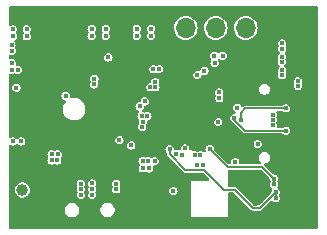
<source format=gbr>
%TF.GenerationSoftware,KiCad,Pcbnew,8.0.0*%
%TF.CreationDate,2024-06-09T10:51:48+02:00*%
%TF.ProjectId,projet s6,70726f6a-6574-4207-9336-2e6b69636164,rev?*%
%TF.SameCoordinates,Original*%
%TF.FileFunction,Copper,L3,Inr*%
%TF.FilePolarity,Positive*%
%FSLAX46Y46*%
G04 Gerber Fmt 4.6, Leading zero omitted, Abs format (unit mm)*
G04 Created by KiCad (PCBNEW 8.0.0) date 2024-06-09 10:51:48*
%MOMM*%
%LPD*%
G01*
G04 APERTURE LIST*
%TA.AperFunction,ComponentPad*%
%ADD10C,1.000000*%
%TD*%
%TA.AperFunction,ComponentPad*%
%ADD11R,1.700000X1.700000*%
%TD*%
%TA.AperFunction,ComponentPad*%
%ADD12O,1.700000X1.700000*%
%TD*%
%TA.AperFunction,ComponentPad*%
%ADD13R,1.650000X1.050000*%
%TD*%
%TA.AperFunction,ViaPad*%
%ADD14C,0.400000*%
%TD*%
%TA.AperFunction,Conductor*%
%ADD15C,0.150000*%
%TD*%
G04 APERTURE END LIST*
D10*
%TO.N,BAT+*%
%TO.C,TP5*%
X182610000Y-80680000D03*
%TD*%
%TO.N,GND*%
%TO.C,TP1*%
X182580000Y-82870000D03*
%TD*%
D11*
%TO.N,GND*%
%TO.C,J2*%
X204070000Y-66970000D03*
D12*
%TO.N,+3.3V*%
X201530000Y-66970000D03*
%TO.N,OLED_SCL*%
X198990000Y-66970000D03*
%TO.N,OLED_SDA*%
X196450000Y-66970000D03*
%TD*%
D13*
%TO.N,GND*%
%TO.C,SW1*%
X189070000Y-65930000D03*
X192920000Y-65930000D03*
%TD*%
%TO.N,GND*%
%TO.C,SW2*%
X182415000Y-65935000D03*
X186265000Y-65935000D03*
%TD*%
D14*
%TO.N,+3.3V*%
X193850000Y-71540000D03*
X193870000Y-71980000D03*
X199570000Y-69310000D03*
X193200000Y-74420000D03*
X181690000Y-68400000D03*
X192790000Y-78230000D03*
X198880000Y-69920000D03*
X193810000Y-78240000D03*
X189890000Y-69460000D03*
X192700000Y-74420000D03*
X198860000Y-69330000D03*
X182220000Y-70510000D03*
X181720000Y-70510000D03*
X192810000Y-74900000D03*
X192800000Y-78840000D03*
X197900000Y-78560000D03*
X193300000Y-78860000D03*
X181710000Y-69920000D03*
X181710000Y-68900000D03*
X200630000Y-78310000D03*
X193450000Y-71980000D03*
X194190000Y-70450000D03*
X192760000Y-75340000D03*
X197420000Y-78570000D03*
X193260000Y-78240000D03*
X193710000Y-70460000D03*
%TO.N,Net-(U1-NRST)*%
X205950000Y-71900000D03*
X205940000Y-71470000D03*
X192540000Y-73610000D03*
%TO.N,GNDGPS*%
X182510000Y-76570000D03*
X181810000Y-76570000D03*
%TO.N,Net-(BT1-+)*%
X182100000Y-72020000D03*
X188706280Y-71250688D03*
X188680000Y-71750000D03*
%TO.N,COMPASSCL*%
X199190000Y-74940000D03*
X195390000Y-80770000D03*
%TO.N,Net-(J1-CC2)*%
X202540000Y-76790000D03*
%TO.N,Net-(J1-CC1)*%
X200800000Y-73710000D03*
%TO.N,OLED_SCL*%
X196380000Y-77150000D03*
X198030000Y-70580000D03*
%TO.N,Net-(PA1010D1-TX)*%
X191820000Y-76920000D03*
%TO.N,Net-(PA1010D1-RX)*%
X190830000Y-76460000D03*
%TO.N,B2*%
X192970000Y-73190000D03*
X186270000Y-72710000D03*
%TO.N,vusb*%
X197230000Y-77748506D03*
X203800000Y-74310000D03*
X197680000Y-77740000D03*
X203800000Y-74740000D03*
X190550000Y-80150000D03*
X203810000Y-75180000D03*
X190560000Y-80630000D03*
X196110000Y-77740000D03*
X195635356Y-77674644D03*
%TO.N,SWDIO*%
X199280000Y-72910000D03*
X204600000Y-70970000D03*
X204590000Y-70550000D03*
%TO.N,SWO*%
X204610000Y-68710000D03*
X197410000Y-70950000D03*
X204600000Y-68260000D03*
%TO.N,SWCLK*%
X204580000Y-69830000D03*
X204590000Y-69400000D03*
X199270000Y-72410000D03*
%TO.N,unconnected-(U1-PA4-Pad10)*%
X204070000Y-81380000D03*
X195070000Y-77250000D03*
X204056847Y-80880170D03*
%TO.N,unconnected-(U1-PB0-Pad14)*%
X203920000Y-79730000D03*
X198465000Y-77210000D03*
X203920000Y-80220000D03*
%TO.N,Net-(SW6-B)*%
X188510000Y-80120000D03*
X187570000Y-80610000D03*
X187560000Y-80140000D03*
X188510000Y-81120000D03*
X187570000Y-81110000D03*
X188510000Y-80610000D03*
%TO.N,GND*%
X207280000Y-80900000D03*
X181790000Y-82640000D03*
X197690000Y-66930000D03*
X189670000Y-74020000D03*
X203390000Y-69270000D03*
X186720000Y-78050000D03*
X189670000Y-75020000D03*
X181810000Y-79710000D03*
X188590000Y-73100000D03*
X203780000Y-77710000D03*
X200270000Y-66260000D03*
X202330000Y-81850000D03*
X201390000Y-65470000D03*
X203490000Y-78610000D03*
X192130000Y-79020000D03*
X189790000Y-83640000D03*
X184610000Y-76250000D03*
X186810000Y-80280000D03*
X195640000Y-73670000D03*
X182800000Y-78920000D03*
X194070000Y-68020000D03*
X207390000Y-78640000D03*
X181770000Y-75770000D03*
X182780000Y-72890000D03*
X197390000Y-65470000D03*
X204730000Y-80870000D03*
X181780000Y-74290000D03*
X181790000Y-81640000D03*
X207390000Y-83640000D03*
X203700000Y-71430000D03*
X200460000Y-72820000D03*
X201740000Y-71830000D03*
X195790000Y-83640000D03*
X207280000Y-79300000D03*
X191620000Y-73570000D03*
X194650000Y-75650000D03*
X189390000Y-77540000D03*
X197620000Y-73670000D03*
X192780000Y-81970000D03*
X181720000Y-66350000D03*
X207390000Y-67500000D03*
X185600000Y-72760000D03*
X184790000Y-83640000D03*
X198450000Y-71920000D03*
X183790000Y-83640000D03*
X190390000Y-65470000D03*
X195640000Y-74660000D03*
X184620000Y-74300000D03*
X191620000Y-81200000D03*
X188490000Y-68760000D03*
X205390000Y-77640000D03*
X193790000Y-83640000D03*
X207390000Y-66440000D03*
X198450000Y-71430000D03*
X186790000Y-83640000D03*
X201850000Y-80100000D03*
X182780000Y-74290000D03*
X207390000Y-76640000D03*
X197310000Y-70420000D03*
X197860000Y-68680000D03*
X207390000Y-82740000D03*
X196630000Y-75650000D03*
X195390000Y-65470000D03*
X185390000Y-65470000D03*
X187790000Y-82040000D03*
X198380000Y-76540000D03*
X186720000Y-72330000D03*
X194650000Y-73670000D03*
X183780000Y-77410000D03*
X197620000Y-74660000D03*
X205590000Y-83640000D03*
X182780000Y-73590000D03*
X185750000Y-79510000D03*
X205780000Y-80900000D03*
X205800000Y-69880000D03*
X205780000Y-80100000D03*
X195640000Y-75650000D03*
X202380000Y-71840000D03*
X184610000Y-75250000D03*
X194790000Y-83640000D03*
X207300000Y-69880000D03*
X203370000Y-69880000D03*
X187640000Y-67370000D03*
X206390000Y-77640000D03*
X186100000Y-71510000D03*
X205800000Y-69080000D03*
X184960000Y-79480000D03*
X183780000Y-78070000D03*
X194650000Y-74660000D03*
X199530000Y-68130000D03*
X206530000Y-80900000D03*
X189820000Y-73110000D03*
X181800000Y-78920000D03*
X187530000Y-71500000D03*
X187960000Y-73110000D03*
X206550000Y-69080000D03*
X206540000Y-72620000D03*
X192390000Y-65470000D03*
X185830000Y-82880000D03*
X206550000Y-70680000D03*
X196630000Y-74660000D03*
X187540000Y-71030000D03*
X194730000Y-67970000D03*
X189830000Y-72180000D03*
X207390000Y-81840000D03*
X185820000Y-82220000D03*
X190420000Y-75020000D03*
X189390000Y-76600000D03*
X207400000Y-68450000D03*
X206390000Y-65470000D03*
X181830000Y-71310000D03*
X197220000Y-68690000D03*
X188170000Y-74020000D03*
X191470711Y-67074977D03*
X190600000Y-78340000D03*
X188440000Y-72330000D03*
X203810000Y-72300000D03*
X184460000Y-65460000D03*
X200950000Y-79280000D03*
X182770000Y-75770000D03*
X201850000Y-80900000D03*
X205800000Y-70680000D03*
X202810000Y-71440000D03*
X190620000Y-79040000D03*
X207390000Y-65470000D03*
X186250000Y-78050000D03*
X207300000Y-69080000D03*
X181770000Y-80640000D03*
X190900000Y-72200000D03*
X198390000Y-65470000D03*
X185040000Y-72750000D03*
X206490000Y-83640000D03*
X182790000Y-81640000D03*
X188170000Y-76830000D03*
X182790000Y-83640000D03*
X197620000Y-72680000D03*
X191390000Y-65470000D03*
X202790000Y-67500000D03*
X192440000Y-68750000D03*
X190890000Y-70690000D03*
X185790000Y-83640000D03*
X199690000Y-71430000D03*
X186080000Y-68780000D03*
X202830000Y-81580000D03*
X188790000Y-82040000D03*
X182780000Y-77410000D03*
X198790000Y-83640000D03*
X182830000Y-71310000D03*
X200390000Y-65470000D03*
X187350000Y-79510000D03*
X207390000Y-74640000D03*
X188150000Y-79510000D03*
X187880000Y-68200000D03*
X202740000Y-69870000D03*
X187880000Y-68780000D03*
X201850000Y-79300000D03*
X200290000Y-81180000D03*
X192320000Y-81600000D03*
X200270000Y-66810000D03*
X188920000Y-74020000D03*
X194390000Y-65470000D03*
X195140000Y-66200000D03*
X203390000Y-65470000D03*
X194450425Y-68786961D03*
X195640000Y-72680000D03*
X207390000Y-72640000D03*
X187280000Y-68200000D03*
X202340000Y-78240000D03*
X205780000Y-79300000D03*
X199070000Y-71430000D03*
X200940000Y-76360000D03*
X200580000Y-83430000D03*
X190590000Y-76990000D03*
X191620000Y-73110000D03*
X197760000Y-79410000D03*
X196390000Y-65470000D03*
X191000000Y-67380000D03*
X202750000Y-79300000D03*
X188790000Y-83640000D03*
X207390000Y-71640000D03*
X199040000Y-71920000D03*
X206120000Y-74910000D03*
X204690000Y-83640000D03*
X188920000Y-75020000D03*
X186790000Y-81260000D03*
X201960000Y-69860000D03*
X202760000Y-69290000D03*
X189830000Y-70680000D03*
X207390000Y-77640000D03*
X195150000Y-66930000D03*
X186100000Y-71070000D03*
X203790000Y-83640000D03*
X181780000Y-73590000D03*
X188170000Y-75020000D03*
X190570000Y-77710000D03*
X181780000Y-77410000D03*
X198460000Y-68130000D03*
X196670000Y-68190000D03*
X192790000Y-83640000D03*
X197790000Y-83640000D03*
X196630000Y-73670000D03*
X186680000Y-68230000D03*
X202750000Y-80900000D03*
X191790000Y-83640000D03*
X204390000Y-65470000D03*
X190790000Y-83640000D03*
X199390000Y-65470000D03*
X197700000Y-66230000D03*
X204460000Y-72300000D03*
X204710000Y-79780000D03*
X201230000Y-78290000D03*
X195410000Y-68640000D03*
X206530000Y-79300000D03*
X205770000Y-72630000D03*
X191800000Y-71200000D03*
X186860000Y-75830000D03*
X186080000Y-68230000D03*
X193410000Y-68570000D03*
X190546733Y-67077157D03*
X196790000Y-83640000D03*
X187660000Y-66420000D03*
X181790000Y-83640000D03*
X207390000Y-73640000D03*
X194650000Y-72680000D03*
X187790000Y-83640000D03*
X181780000Y-72890000D03*
X196630000Y-72680000D03*
X197160000Y-79410000D03*
X207300000Y-70680000D03*
X202750000Y-80100000D03*
X187390000Y-65470000D03*
X203780000Y-82060000D03*
X190420000Y-74020000D03*
X183040000Y-65490000D03*
X199510000Y-83650000D03*
X202800000Y-66250000D03*
X185560000Y-75810000D03*
X205390000Y-65470000D03*
X201760000Y-78230000D03*
X207280000Y-80100000D03*
X181730000Y-65490000D03*
X202390000Y-65470000D03*
X191350000Y-79030000D03*
X183820000Y-82220000D03*
X199160000Y-68730000D03*
X196510000Y-80250000D03*
X200960000Y-80110000D03*
X193420000Y-80460000D03*
X200340000Y-82970000D03*
X207390000Y-75640000D03*
%TO.N,BAT+*%
X185590000Y-77670000D03*
X185090000Y-77670000D03*
X185560000Y-78190000D03*
X185080000Y-78184280D03*
%TO.N,Net-(R10-Pad1)*%
X181820000Y-67070000D03*
X182980000Y-67670000D03*
X182980000Y-67070000D03*
X181830000Y-67650000D03*
%TO.N,Net-(R11-Pad1)*%
X189670000Y-67650000D03*
X192300000Y-67630000D03*
X193500000Y-67630000D03*
X188470000Y-67050000D03*
X192300000Y-67030000D03*
X193500000Y-67030000D03*
X188470000Y-67650000D03*
X189670000Y-67050000D03*
%TO.N,Net-(J1-D--PadA7)*%
X204940000Y-75670000D03*
X200560000Y-74590000D03*
%TO.N,Net-(J1-D+-PadA6)*%
X201090000Y-74730000D03*
X204930000Y-73770000D03*
%TD*%
D15*
%TO.N,unconnected-(U1-PA4-Pad10)*%
X195070000Y-77639620D02*
X196415380Y-78985000D01*
X195070000Y-77250000D02*
X195070000Y-77639620D01*
X204056847Y-80883484D02*
X204056847Y-80880170D01*
X204070000Y-80893323D02*
X204070000Y-81380000D01*
X199685331Y-80675000D02*
X200625331Y-80675000D01*
X197995331Y-78985000D02*
X199685331Y-80675000D01*
X202175331Y-82225000D02*
X202715331Y-82225000D01*
X196415380Y-78985000D02*
X197995331Y-78985000D01*
X200625331Y-80675000D02*
X202175331Y-82225000D01*
X204056847Y-80880170D02*
X204070000Y-80893323D01*
X202715331Y-82225000D02*
X204056847Y-80883484D01*
%TO.N,unconnected-(U1-PB0-Pad14)*%
X202935000Y-78745000D02*
X203920000Y-79730000D01*
X198465000Y-77210000D02*
X200000000Y-78745000D01*
X200000000Y-78745000D02*
X202935000Y-78745000D01*
X203920000Y-79730000D02*
X203920000Y-80220000D01*
%TO.N,Net-(J1-D--PadA7)*%
X200560000Y-74730331D02*
X201499669Y-75670000D01*
X200560000Y-74590000D02*
X200560000Y-74730331D01*
X201499669Y-75670000D02*
X204940000Y-75670000D01*
%TO.N,Net-(J1-D+-PadA6)*%
X201500000Y-73770000D02*
X204930000Y-73770000D01*
X201090000Y-74180000D02*
X201500000Y-73770000D01*
X201090000Y-74730000D02*
X201090000Y-74180000D01*
%TD*%
%TA.AperFunction,Conductor*%
%TO.N,GND*%
G36*
X202857272Y-78990185D02*
G01*
X202877914Y-79006819D01*
X203529873Y-79658779D01*
X203563358Y-79720102D01*
X203564665Y-79727062D01*
X203582498Y-79839658D01*
X203622775Y-79918706D01*
X203635671Y-79987375D01*
X203622775Y-80031294D01*
X203582498Y-80110341D01*
X203565131Y-80219997D01*
X203565131Y-80220002D01*
X203582498Y-80329658D01*
X203632904Y-80428585D01*
X203632909Y-80428592D01*
X203711407Y-80507090D01*
X203711410Y-80507092D01*
X203711413Y-80507095D01*
X203713778Y-80508300D01*
X203716130Y-80510522D01*
X203719305Y-80512828D01*
X203719006Y-80513238D01*
X203764574Y-80556272D01*
X203781371Y-80624092D01*
X203767970Y-80675079D01*
X203719346Y-80770511D01*
X203700888Y-80887046D01*
X203670958Y-80950180D01*
X203666096Y-80955328D01*
X202658245Y-81963181D01*
X202596922Y-81996666D01*
X202570564Y-81999500D01*
X202320098Y-81999500D01*
X202253059Y-81979815D01*
X202232417Y-81963181D01*
X200833942Y-80564706D01*
X200833940Y-80564703D01*
X200753065Y-80483828D01*
X200718473Y-80469501D01*
X200718469Y-80469499D01*
X200670188Y-80449499D01*
X200670186Y-80449499D01*
X200580476Y-80449499D01*
X200566042Y-80449499D01*
X200566034Y-80449500D01*
X200111975Y-80449500D01*
X200044936Y-80429815D01*
X199999181Y-80377011D01*
X199987999Y-80327931D01*
X199980024Y-79921223D01*
X199980000Y-79918792D01*
X199980000Y-79094500D01*
X199999685Y-79027461D01*
X200052489Y-78981706D01*
X200104000Y-78970500D01*
X202790233Y-78970500D01*
X202857272Y-78990185D01*
G37*
%TD.AperFunction*%
%TA.AperFunction,Conductor*%
G36*
X207592539Y-65170185D02*
G01*
X207638294Y-65222989D01*
X207649500Y-65274500D01*
X207649500Y-83825500D01*
X207629815Y-83892539D01*
X207577011Y-83938294D01*
X207525500Y-83949500D01*
X181574500Y-83949500D01*
X181507461Y-83929815D01*
X181461706Y-83877011D01*
X181450500Y-83825500D01*
X181450500Y-82469056D01*
X186209500Y-82469056D01*
X186250423Y-82621783D01*
X186250426Y-82621790D01*
X186329475Y-82758709D01*
X186329479Y-82758714D01*
X186329480Y-82758716D01*
X186441284Y-82870520D01*
X186441286Y-82870521D01*
X186441290Y-82870524D01*
X186578209Y-82949573D01*
X186578216Y-82949577D01*
X186730943Y-82990500D01*
X186730945Y-82990500D01*
X186889055Y-82990500D01*
X186889057Y-82990500D01*
X187041784Y-82949577D01*
X187178716Y-82870520D01*
X187290520Y-82758716D01*
X187369577Y-82621784D01*
X187410500Y-82469057D01*
X187410500Y-82469056D01*
X189209500Y-82469056D01*
X189250423Y-82621783D01*
X189250426Y-82621790D01*
X189329475Y-82758709D01*
X189329479Y-82758714D01*
X189329480Y-82758716D01*
X189441284Y-82870520D01*
X189441286Y-82870521D01*
X189441290Y-82870524D01*
X189578209Y-82949573D01*
X189578216Y-82949577D01*
X189730943Y-82990500D01*
X189730945Y-82990500D01*
X189889055Y-82990500D01*
X189889057Y-82990500D01*
X190041784Y-82949577D01*
X190178716Y-82870520D01*
X190290520Y-82758716D01*
X190369577Y-82621784D01*
X190410500Y-82469057D01*
X190410500Y-82310943D01*
X190369577Y-82158216D01*
X190338670Y-82104683D01*
X190290524Y-82021290D01*
X190290518Y-82021282D01*
X190178717Y-81909481D01*
X190178709Y-81909475D01*
X190041790Y-81830426D01*
X190041786Y-81830424D01*
X190041784Y-81830423D01*
X189889057Y-81789500D01*
X189730943Y-81789500D01*
X189578216Y-81830423D01*
X189578209Y-81830426D01*
X189441290Y-81909475D01*
X189441282Y-81909481D01*
X189329481Y-82021282D01*
X189329475Y-82021290D01*
X189250426Y-82158209D01*
X189250423Y-82158216D01*
X189209500Y-82310943D01*
X189209500Y-82469056D01*
X187410500Y-82469056D01*
X187410500Y-82310943D01*
X187369577Y-82158216D01*
X187338670Y-82104683D01*
X187290524Y-82021290D01*
X187290518Y-82021282D01*
X187178717Y-81909481D01*
X187178709Y-81909475D01*
X187041790Y-81830426D01*
X187041786Y-81830424D01*
X187041784Y-81830423D01*
X186889057Y-81789500D01*
X186730943Y-81789500D01*
X186578216Y-81830423D01*
X186578209Y-81830426D01*
X186441290Y-81909475D01*
X186441282Y-81909481D01*
X186329481Y-82021282D01*
X186329475Y-82021290D01*
X186250426Y-82158209D01*
X186250423Y-82158216D01*
X186209500Y-82310943D01*
X186209500Y-82469056D01*
X181450500Y-82469056D01*
X181450500Y-80680000D01*
X181954722Y-80680000D01*
X181973762Y-80836818D01*
X182023324Y-80967500D01*
X182029780Y-80984523D01*
X182119517Y-81114530D01*
X182237760Y-81219283D01*
X182238480Y-81219661D01*
X182377634Y-81292696D01*
X182531014Y-81330500D01*
X182531015Y-81330500D01*
X182688985Y-81330500D01*
X182842365Y-81292696D01*
X182982240Y-81219283D01*
X183100483Y-81114530D01*
X183190220Y-80984523D01*
X183246237Y-80836818D01*
X183265278Y-80680000D01*
X183264681Y-80675079D01*
X183246237Y-80523181D01*
X183210898Y-80430000D01*
X183190220Y-80375477D01*
X183100483Y-80245470D01*
X182982240Y-80140717D01*
X182982238Y-80140716D01*
X182982237Y-80140715D01*
X182980879Y-80140002D01*
X187205131Y-80140002D01*
X187222498Y-80249658D01*
X187262680Y-80328519D01*
X187275576Y-80397188D01*
X187262680Y-80441107D01*
X187232498Y-80500341D01*
X187215131Y-80609997D01*
X187215131Y-80610002D01*
X187232498Y-80719658D01*
X187275323Y-80803706D01*
X187288219Y-80872375D01*
X187275323Y-80916294D01*
X187232498Y-81000341D01*
X187215131Y-81109997D01*
X187215131Y-81110002D01*
X187232498Y-81219658D01*
X187282904Y-81318585D01*
X187282909Y-81318592D01*
X187361407Y-81397090D01*
X187361410Y-81397092D01*
X187361413Y-81397095D01*
X187460339Y-81447500D01*
X187460341Y-81447501D01*
X187569998Y-81464869D01*
X187570000Y-81464869D01*
X187570002Y-81464869D01*
X187679658Y-81447501D01*
X187679659Y-81447500D01*
X187679661Y-81447500D01*
X187778587Y-81397095D01*
X187857095Y-81318587D01*
X187907500Y-81219661D01*
X187907500Y-81219659D01*
X187907501Y-81219658D01*
X187916735Y-81161357D01*
X187938314Y-81115835D01*
X188140892Y-81115835D01*
X188161681Y-81161357D01*
X188172498Y-81229658D01*
X188222904Y-81328585D01*
X188222909Y-81328592D01*
X188301407Y-81407090D01*
X188301410Y-81407092D01*
X188301413Y-81407095D01*
X188380713Y-81447500D01*
X188400341Y-81457501D01*
X188509998Y-81474869D01*
X188510000Y-81474869D01*
X188510002Y-81474869D01*
X188619658Y-81457501D01*
X188619659Y-81457500D01*
X188619661Y-81457500D01*
X188718587Y-81407095D01*
X188797095Y-81328587D01*
X188847500Y-81229661D01*
X188847500Y-81229659D01*
X188847501Y-81229658D01*
X188864869Y-81120002D01*
X188864869Y-81119997D01*
X188847501Y-81010343D01*
X188847500Y-81010341D01*
X188847500Y-81010339D01*
X188802128Y-80921291D01*
X188789233Y-80852626D01*
X188802127Y-80808710D01*
X188847500Y-80719661D01*
X188853782Y-80679999D01*
X188864869Y-80610002D01*
X188864869Y-80609997D01*
X188847501Y-80500343D01*
X188847500Y-80500341D01*
X188847500Y-80500339D01*
X188807223Y-80421290D01*
X188794328Y-80352626D01*
X188807222Y-80308711D01*
X188847500Y-80229661D01*
X188860117Y-80150002D01*
X190195131Y-80150002D01*
X190212498Y-80259658D01*
X190255227Y-80343519D01*
X190268123Y-80412189D01*
X190255228Y-80456106D01*
X190222498Y-80520342D01*
X190205131Y-80629997D01*
X190205131Y-80630002D01*
X190222498Y-80739658D01*
X190272904Y-80838585D01*
X190272909Y-80838592D01*
X190351407Y-80917090D01*
X190351410Y-80917092D01*
X190351413Y-80917095D01*
X190426450Y-80955328D01*
X190450341Y-80967501D01*
X190559998Y-80984869D01*
X190560000Y-80984869D01*
X190560002Y-80984869D01*
X190669658Y-80967501D01*
X190669659Y-80967500D01*
X190669661Y-80967500D01*
X190768587Y-80917095D01*
X190847095Y-80838587D01*
X190882041Y-80770002D01*
X195035131Y-80770002D01*
X195052498Y-80879658D01*
X195102904Y-80978585D01*
X195102909Y-80978592D01*
X195181407Y-81057090D01*
X195181410Y-81057092D01*
X195181413Y-81057095D01*
X195243554Y-81088757D01*
X195280341Y-81107501D01*
X195389998Y-81124869D01*
X195390000Y-81124869D01*
X195390002Y-81124869D01*
X195499658Y-81107501D01*
X195499659Y-81107500D01*
X195499661Y-81107500D01*
X195598587Y-81057095D01*
X195677095Y-80978587D01*
X195727500Y-80879661D01*
X195727500Y-80879659D01*
X195727501Y-80879658D01*
X195744869Y-80770002D01*
X195744869Y-80769997D01*
X195727501Y-80660341D01*
X195725471Y-80656357D01*
X195677095Y-80561413D01*
X195677092Y-80561410D01*
X195677090Y-80561407D01*
X195598592Y-80482909D01*
X195598588Y-80482906D01*
X195598587Y-80482905D01*
X195572276Y-80469499D01*
X195499658Y-80432498D01*
X195390002Y-80415131D01*
X195389998Y-80415131D01*
X195280341Y-80432498D01*
X195181414Y-80482904D01*
X195181407Y-80482909D01*
X195102909Y-80561407D01*
X195102904Y-80561414D01*
X195052498Y-80660341D01*
X195035131Y-80769997D01*
X195035131Y-80770002D01*
X190882041Y-80770002D01*
X190897500Y-80739661D01*
X190897500Y-80739659D01*
X190897501Y-80739658D01*
X190914869Y-80630002D01*
X190914869Y-80629997D01*
X190897501Y-80520341D01*
X190854772Y-80436480D01*
X190841876Y-80367811D01*
X190854770Y-80323897D01*
X190887500Y-80259661D01*
X190889084Y-80249660D01*
X190904869Y-80150002D01*
X190904869Y-80149997D01*
X190887501Y-80040341D01*
X190881977Y-80029500D01*
X190837095Y-79941413D01*
X190837092Y-79941410D01*
X190837090Y-79941407D01*
X190758592Y-79862909D01*
X190758588Y-79862906D01*
X190758587Y-79862905D01*
X190712958Y-79839656D01*
X190659658Y-79812498D01*
X190550002Y-79795131D01*
X190549998Y-79795131D01*
X190440341Y-79812498D01*
X190341414Y-79862904D01*
X190341407Y-79862909D01*
X190262909Y-79941407D01*
X190262904Y-79941414D01*
X190212498Y-80040341D01*
X190195131Y-80149997D01*
X190195131Y-80150002D01*
X188860117Y-80150002D01*
X188864869Y-80120002D01*
X188864869Y-80119997D01*
X188847501Y-80010341D01*
X188812381Y-79941414D01*
X188797095Y-79911413D01*
X188797092Y-79911410D01*
X188797090Y-79911407D01*
X188718592Y-79832909D01*
X188718588Y-79832906D01*
X188718587Y-79832905D01*
X188678536Y-79812498D01*
X188619658Y-79782498D01*
X188510002Y-79765131D01*
X188509998Y-79765131D01*
X188400341Y-79782498D01*
X188301414Y-79832904D01*
X188301407Y-79832909D01*
X188222909Y-79911407D01*
X188222904Y-79911414D01*
X188172498Y-80010341D01*
X188155889Y-80115211D01*
X188150622Y-80126320D01*
X188159056Y-80144787D01*
X188172499Y-80229658D01*
X188172499Y-80229659D01*
X188172500Y-80229661D01*
X188187783Y-80259656D01*
X188212775Y-80308706D01*
X188225671Y-80377375D01*
X188212775Y-80421294D01*
X188172498Y-80500341D01*
X188162473Y-80563642D01*
X188140907Y-80609134D01*
X188162473Y-80656357D01*
X188172498Y-80719658D01*
X188217870Y-80808706D01*
X188230766Y-80877375D01*
X188217870Y-80921294D01*
X188172499Y-81010341D01*
X188163264Y-81068644D01*
X188140892Y-81115835D01*
X187938314Y-81115835D01*
X187939106Y-81114164D01*
X187918318Y-81068645D01*
X187907500Y-81000339D01*
X187864675Y-80916289D01*
X187851780Y-80847626D01*
X187864673Y-80803712D01*
X187907500Y-80719661D01*
X187913782Y-80679999D01*
X187917527Y-80656357D01*
X187939092Y-80610864D01*
X187917527Y-80563642D01*
X187907501Y-80500343D01*
X187907500Y-80500341D01*
X187907500Y-80500339D01*
X187867318Y-80421477D01*
X187854423Y-80352812D01*
X187867317Y-80308896D01*
X187897500Y-80249661D01*
X187914111Y-80144784D01*
X187919376Y-80133677D01*
X187910943Y-80115211D01*
X187897501Y-80030341D01*
X187897500Y-80030339D01*
X187847095Y-79931413D01*
X187847092Y-79931410D01*
X187847090Y-79931407D01*
X187768592Y-79852909D01*
X187768588Y-79852906D01*
X187768587Y-79852905D01*
X187742584Y-79839656D01*
X187669658Y-79802498D01*
X187560002Y-79785131D01*
X187559998Y-79785131D01*
X187450341Y-79802498D01*
X187351414Y-79852904D01*
X187351407Y-79852909D01*
X187272909Y-79931407D01*
X187272904Y-79931414D01*
X187222498Y-80030341D01*
X187205131Y-80139997D01*
X187205131Y-80140002D01*
X182980879Y-80140002D01*
X182842365Y-80067303D01*
X182688986Y-80029500D01*
X182688985Y-80029500D01*
X182531015Y-80029500D01*
X182531014Y-80029500D01*
X182377634Y-80067303D01*
X182237762Y-80140715D01*
X182119516Y-80245471D01*
X182029781Y-80375475D01*
X182029780Y-80375476D01*
X181973762Y-80523181D01*
X181954722Y-80679999D01*
X181954722Y-80680000D01*
X181450500Y-80680000D01*
X181450500Y-78184282D01*
X184725131Y-78184282D01*
X184742498Y-78293938D01*
X184792904Y-78392865D01*
X184792909Y-78392872D01*
X184871407Y-78471370D01*
X184871410Y-78471372D01*
X184871413Y-78471375D01*
X184961144Y-78517095D01*
X184970341Y-78521781D01*
X185079998Y-78539149D01*
X185080000Y-78539149D01*
X185080002Y-78539149D01*
X185189656Y-78521781D01*
X185189656Y-78521780D01*
X185189661Y-78521780D01*
X185258095Y-78486911D01*
X185326760Y-78474016D01*
X185370680Y-78486912D01*
X185450341Y-78527501D01*
X185559998Y-78544869D01*
X185560000Y-78544869D01*
X185560002Y-78544869D01*
X185669658Y-78527501D01*
X185669659Y-78527500D01*
X185669661Y-78527500D01*
X185768587Y-78477095D01*
X185847095Y-78398587D01*
X185897500Y-78299661D01*
X185897500Y-78299659D01*
X185897501Y-78299658D01*
X185908534Y-78230002D01*
X192435131Y-78230002D01*
X192452498Y-78339658D01*
X192502904Y-78438585D01*
X192502908Y-78438591D01*
X192516634Y-78452316D01*
X192550121Y-78513638D01*
X192545138Y-78583330D01*
X192516640Y-78627676D01*
X192512911Y-78631405D01*
X192512904Y-78631414D01*
X192462498Y-78730341D01*
X192445131Y-78839997D01*
X192445131Y-78840002D01*
X192462498Y-78949658D01*
X192512904Y-79048585D01*
X192512909Y-79048592D01*
X192591407Y-79127090D01*
X192591410Y-79127092D01*
X192591413Y-79127095D01*
X192687723Y-79176167D01*
X192690341Y-79177501D01*
X192799998Y-79194869D01*
X192800000Y-79194869D01*
X192800002Y-79194869D01*
X192909657Y-79177501D01*
X192909658Y-79177500D01*
X192909661Y-79177500D01*
X192974082Y-79144676D01*
X193042746Y-79131780D01*
X193086668Y-79144676D01*
X193091410Y-79147092D01*
X193091413Y-79147095D01*
X193190339Y-79197500D01*
X193190341Y-79197500D01*
X193190343Y-79197501D01*
X193299998Y-79214869D01*
X193300000Y-79214869D01*
X193300002Y-79214869D01*
X193409658Y-79197501D01*
X193409659Y-79197500D01*
X193409661Y-79197500D01*
X193508587Y-79147095D01*
X193587095Y-79068587D01*
X193637500Y-78969661D01*
X193637500Y-78969659D01*
X193637501Y-78969658D01*
X193654869Y-78860002D01*
X193654869Y-78859997D01*
X193637501Y-78750343D01*
X193637418Y-78750087D01*
X193637408Y-78749757D01*
X193635974Y-78740700D01*
X193637143Y-78740514D01*
X193635416Y-78680246D01*
X193671491Y-78620410D01*
X193734189Y-78589576D01*
X193774743Y-78589285D01*
X193809998Y-78594869D01*
X193810000Y-78594869D01*
X193810002Y-78594869D01*
X193919658Y-78577501D01*
X193919659Y-78577500D01*
X193919661Y-78577500D01*
X194018587Y-78527095D01*
X194097095Y-78448587D01*
X194147500Y-78349661D01*
X194147500Y-78349659D01*
X194147501Y-78349658D01*
X194164869Y-78240002D01*
X194164869Y-78239997D01*
X194147501Y-78130341D01*
X194132762Y-78101414D01*
X194097095Y-78031413D01*
X194097092Y-78031410D01*
X194097090Y-78031407D01*
X194018592Y-77952909D01*
X194018588Y-77952906D01*
X194018587Y-77952905D01*
X194004203Y-77945576D01*
X193919658Y-77902498D01*
X193810002Y-77885131D01*
X193809998Y-77885131D01*
X193700341Y-77902498D01*
X193592717Y-77957336D01*
X193591115Y-77954192D01*
X193542029Y-77971685D01*
X193477617Y-77956679D01*
X193477283Y-77957336D01*
X193474625Y-77955981D01*
X193473982Y-77955832D01*
X193472645Y-77954973D01*
X193468587Y-77952905D01*
X193408207Y-77922140D01*
X193369658Y-77902498D01*
X193260002Y-77885131D01*
X193259998Y-77885131D01*
X193150341Y-77902498D01*
X193091107Y-77932680D01*
X193022438Y-77945576D01*
X192978519Y-77932680D01*
X192972672Y-77929701D01*
X192957833Y-77922140D01*
X192899658Y-77892498D01*
X192790002Y-77875131D01*
X192789998Y-77875131D01*
X192680341Y-77892498D01*
X192581414Y-77942904D01*
X192581407Y-77942909D01*
X192502909Y-78021407D01*
X192502904Y-78021414D01*
X192452498Y-78120341D01*
X192435131Y-78229997D01*
X192435131Y-78230002D01*
X185908534Y-78230002D01*
X185914869Y-78190002D01*
X185914869Y-78189997D01*
X185897501Y-78080341D01*
X185863163Y-78012948D01*
X185850267Y-77944279D01*
X185873330Y-77883769D01*
X185877091Y-77878590D01*
X185877095Y-77878587D01*
X185927500Y-77779661D01*
X185927500Y-77779659D01*
X185927501Y-77779658D01*
X185944869Y-77670002D01*
X185944869Y-77669997D01*
X185927501Y-77560341D01*
X185924326Y-77554110D01*
X185877095Y-77461413D01*
X185877092Y-77461410D01*
X185877090Y-77461407D01*
X185798592Y-77382909D01*
X185798588Y-77382906D01*
X185798587Y-77382905D01*
X185794743Y-77380946D01*
X185699658Y-77332498D01*
X185590002Y-77315131D01*
X185589998Y-77315131D01*
X185480341Y-77332498D01*
X185396294Y-77375323D01*
X185327625Y-77388219D01*
X185283706Y-77375323D01*
X185199658Y-77332498D01*
X185090002Y-77315131D01*
X185089998Y-77315131D01*
X184980341Y-77332498D01*
X184881414Y-77382904D01*
X184881407Y-77382909D01*
X184802909Y-77461407D01*
X184802904Y-77461414D01*
X184752498Y-77560341D01*
X184735131Y-77669997D01*
X184735131Y-77670002D01*
X184752498Y-77779658D01*
X184793960Y-77861032D01*
X184806856Y-77929701D01*
X184793961Y-77973619D01*
X184742498Y-78074622D01*
X184725131Y-78184277D01*
X184725131Y-78184282D01*
X181450500Y-78184282D01*
X181450500Y-76982550D01*
X181470185Y-76915511D01*
X181522989Y-76869756D01*
X181592147Y-76859812D01*
X181630790Y-76872063D01*
X181700339Y-76907500D01*
X181700341Y-76907500D01*
X181700343Y-76907501D01*
X181809998Y-76924869D01*
X181810000Y-76924869D01*
X181810002Y-76924869D01*
X181919658Y-76907501D01*
X181919659Y-76907500D01*
X181919661Y-76907500D01*
X182018587Y-76857095D01*
X182020551Y-76855131D01*
X182072319Y-76803364D01*
X182133642Y-76769879D01*
X182203334Y-76774863D01*
X182247681Y-76803364D01*
X182301407Y-76857090D01*
X182301410Y-76857092D01*
X182301413Y-76857095D01*
X182384948Y-76899658D01*
X182400341Y-76907501D01*
X182509998Y-76924869D01*
X182510000Y-76924869D01*
X182510002Y-76924869D01*
X182540731Y-76920002D01*
X191465131Y-76920002D01*
X191482498Y-77029658D01*
X191532904Y-77128585D01*
X191532909Y-77128592D01*
X191611407Y-77207090D01*
X191611410Y-77207092D01*
X191611413Y-77207095D01*
X191695623Y-77250002D01*
X191710341Y-77257501D01*
X191819998Y-77274869D01*
X191820000Y-77274869D01*
X191820002Y-77274869D01*
X191929658Y-77257501D01*
X191929659Y-77257500D01*
X191929661Y-77257500D01*
X191944377Y-77250002D01*
X194715131Y-77250002D01*
X194732498Y-77359658D01*
X194758660Y-77411004D01*
X194782905Y-77458587D01*
X194808181Y-77483863D01*
X194841666Y-77545184D01*
X194844500Y-77571544D01*
X194844500Y-77584762D01*
X194844499Y-77584776D01*
X194844499Y-77594765D01*
X194844499Y-77684475D01*
X194867499Y-77740000D01*
X194878830Y-77767356D01*
X194878832Y-77767358D01*
X194959700Y-77848226D01*
X194959706Y-77848231D01*
X196217139Y-79105664D01*
X196217142Y-79105668D01*
X196224210Y-79112736D01*
X196287644Y-79176170D01*
X196321972Y-79190388D01*
X196321974Y-79190390D01*
X196321975Y-79190390D01*
X196370526Y-79210501D01*
X196370527Y-79210501D01*
X196474669Y-79210501D01*
X196474677Y-79210500D01*
X197850564Y-79210500D01*
X197917603Y-79230185D01*
X197938245Y-79246819D01*
X198394311Y-79702885D01*
X198427796Y-79764208D01*
X198422812Y-79833900D01*
X198380940Y-79889833D01*
X198315476Y-79914250D01*
X198306227Y-79914565D01*
X197502916Y-79911956D01*
X197496334Y-79910000D01*
X197450000Y-79910000D01*
X196900000Y-79910000D01*
X196889535Y-80485571D01*
X196892192Y-80490665D01*
X196894541Y-80515827D01*
X196889778Y-81044563D01*
X196893739Y-81052050D01*
X196896234Y-81077206D01*
X196895407Y-81333629D01*
X196890000Y-81351826D01*
X196890000Y-82077765D01*
X196890087Y-82077925D01*
X196892920Y-82104683D01*
X196891928Y-82412302D01*
X196890000Y-82418790D01*
X196890000Y-82460000D01*
X196890000Y-83010000D01*
X199990000Y-83010000D01*
X199990000Y-82405501D01*
X199987983Y-82387026D01*
X199983581Y-81026882D01*
X200003048Y-80959781D01*
X200018000Y-80940743D01*
X200019898Y-80938760D01*
X200080473Y-80903940D01*
X200109478Y-80900500D01*
X200480564Y-80900500D01*
X200547603Y-80920185D01*
X200568245Y-80936819D01*
X201977090Y-82345664D01*
X201977093Y-82345668D01*
X201977094Y-82345668D01*
X201984160Y-82352734D01*
X201984161Y-82352736D01*
X202047595Y-82416170D01*
X202056839Y-82419998D01*
X202056841Y-82420000D01*
X202056842Y-82420000D01*
X202130476Y-82450501D01*
X202130477Y-82450501D01*
X202234620Y-82450501D01*
X202234628Y-82450500D01*
X202656034Y-82450500D01*
X202656042Y-82450501D01*
X202670476Y-82450501D01*
X202760185Y-82450501D01*
X202760186Y-82450501D01*
X202833820Y-82420000D01*
X202843067Y-82416170D01*
X202906501Y-82352736D01*
X202906501Y-82352735D01*
X202923941Y-82335295D01*
X202923942Y-82335293D01*
X203639097Y-81620137D01*
X203700418Y-81586654D01*
X203770110Y-81591638D01*
X203814458Y-81620140D01*
X203861408Y-81667091D01*
X203861411Y-81667093D01*
X203861413Y-81667095D01*
X203960339Y-81717500D01*
X203960341Y-81717501D01*
X204069998Y-81734869D01*
X204070000Y-81734869D01*
X204070002Y-81734869D01*
X204179658Y-81717501D01*
X204179659Y-81717500D01*
X204179661Y-81717500D01*
X204278587Y-81667095D01*
X204357095Y-81588587D01*
X204407500Y-81489661D01*
X204407500Y-81489659D01*
X204407501Y-81489658D01*
X204424869Y-81380002D01*
X204424869Y-81379997D01*
X204407501Y-81270343D01*
X204407500Y-81270341D01*
X204407500Y-81270339D01*
X204358142Y-81173468D01*
X204345247Y-81104803D01*
X204358142Y-81060887D01*
X204394347Y-80989831D01*
X204396129Y-80978585D01*
X204411716Y-80880172D01*
X204411716Y-80880167D01*
X204394348Y-80770511D01*
X204368436Y-80719656D01*
X204343942Y-80671583D01*
X204343939Y-80671580D01*
X204343937Y-80671577D01*
X204265439Y-80593079D01*
X204265435Y-80593076D01*
X204265434Y-80593075D01*
X204263064Y-80591867D01*
X204260708Y-80589642D01*
X204257542Y-80587342D01*
X204257839Y-80586932D01*
X204212270Y-80543894D01*
X204195475Y-80476072D01*
X204208874Y-80425094D01*
X204257500Y-80329661D01*
X204273339Y-80229661D01*
X204274869Y-80220002D01*
X204274869Y-80219997D01*
X204257501Y-80110343D01*
X204257500Y-80110341D01*
X204257500Y-80110339D01*
X204217223Y-80031290D01*
X204204328Y-79962626D01*
X204217222Y-79918711D01*
X204257500Y-79839661D01*
X204257501Y-79839656D01*
X204274869Y-79730002D01*
X204274869Y-79729997D01*
X204257501Y-79620341D01*
X204257500Y-79620339D01*
X204207095Y-79521413D01*
X204207092Y-79521410D01*
X204207090Y-79521407D01*
X204128592Y-79442909D01*
X204128588Y-79442906D01*
X204128587Y-79442905D01*
X204029661Y-79392500D01*
X204029660Y-79392499D01*
X204029657Y-79392498D01*
X204029659Y-79392498D01*
X203917062Y-79374665D01*
X203853927Y-79344736D01*
X203848779Y-79339873D01*
X203143611Y-78634706D01*
X203143609Y-78634703D01*
X203130837Y-78621931D01*
X203097352Y-78560608D01*
X203102336Y-78490916D01*
X203144208Y-78434983D01*
X203186421Y-78414476D01*
X203303536Y-78383095D01*
X203411964Y-78320495D01*
X203500495Y-78231964D01*
X203563095Y-78123536D01*
X203595500Y-78002601D01*
X203595500Y-77877399D01*
X203563095Y-77756464D01*
X203500495Y-77648036D01*
X203411964Y-77559505D01*
X203303536Y-77496905D01*
X203303537Y-77496905D01*
X203254856Y-77483861D01*
X203182601Y-77464500D01*
X203057399Y-77464500D01*
X202985144Y-77483861D01*
X202936463Y-77496905D01*
X202828037Y-77559504D01*
X202828034Y-77559506D01*
X202739506Y-77648034D01*
X202739504Y-77648037D01*
X202676905Y-77756463D01*
X202676905Y-77756464D01*
X202644500Y-77877399D01*
X202644500Y-78002601D01*
X202676905Y-78123536D01*
X202738369Y-78229997D01*
X202739504Y-78231962D01*
X202739506Y-78231965D01*
X202815360Y-78307819D01*
X202848845Y-78369142D01*
X202843861Y-78438834D01*
X202801989Y-78494767D01*
X202736525Y-78519184D01*
X202727679Y-78519500D01*
X201096873Y-78519500D01*
X201029834Y-78499815D01*
X200984079Y-78447011D01*
X200974135Y-78377853D01*
X200974400Y-78376102D01*
X200984869Y-78310002D01*
X200984869Y-78309997D01*
X200967501Y-78200341D01*
X200962232Y-78190000D01*
X200917095Y-78101413D01*
X200917092Y-78101410D01*
X200917090Y-78101407D01*
X200838592Y-78022909D01*
X200838588Y-78022906D01*
X200838587Y-78022905D01*
X200798734Y-78002599D01*
X200739658Y-77972498D01*
X200630002Y-77955131D01*
X200629998Y-77955131D01*
X200520341Y-77972498D01*
X200421414Y-78022904D01*
X200421407Y-78022909D01*
X200342909Y-78101407D01*
X200342904Y-78101414D01*
X200292498Y-78200341D01*
X200275131Y-78309997D01*
X200275131Y-78310002D01*
X200285600Y-78376102D01*
X200276645Y-78445396D01*
X200231649Y-78498848D01*
X200164897Y-78519487D01*
X200163127Y-78519500D01*
X200144767Y-78519500D01*
X200077728Y-78499815D01*
X200057086Y-78483181D01*
X198855126Y-77281221D01*
X198821641Y-77219898D01*
X198820334Y-77212937D01*
X198819868Y-77209997D01*
X198806802Y-77127500D01*
X198802501Y-77100342D01*
X198802500Y-77100340D01*
X198802500Y-77100339D01*
X198752095Y-77001413D01*
X198752092Y-77001410D01*
X198752090Y-77001407D01*
X198673592Y-76922909D01*
X198673588Y-76922906D01*
X198673587Y-76922905D01*
X198627962Y-76899658D01*
X198574658Y-76872498D01*
X198465002Y-76855131D01*
X198464998Y-76855131D01*
X198355341Y-76872498D01*
X198256414Y-76922904D01*
X198256407Y-76922909D01*
X198177909Y-77001407D01*
X198177904Y-77001414D01*
X198127498Y-77100341D01*
X198110131Y-77209997D01*
X198110131Y-77210002D01*
X198126360Y-77312468D01*
X198117405Y-77381762D01*
X198072409Y-77435214D01*
X198072177Y-77435367D01*
X198035002Y-77459895D01*
X197968204Y-77480385D01*
X197900933Y-77461509D01*
X197893827Y-77456713D01*
X197888590Y-77452908D01*
X197888587Y-77452905D01*
X197854167Y-77435367D01*
X197789658Y-77402498D01*
X197680002Y-77385131D01*
X197679998Y-77385131D01*
X197570342Y-77402498D01*
X197502945Y-77436838D01*
X197434275Y-77449733D01*
X197390358Y-77436837D01*
X197339658Y-77411004D01*
X197230002Y-77393637D01*
X197229997Y-77393637D01*
X197159855Y-77404746D01*
X197114025Y-77403423D01*
X196823085Y-77339945D01*
X196761783Y-77306422D01*
X196728336Y-77245078D01*
X196727045Y-77199396D01*
X196734869Y-77150000D01*
X196734869Y-77149997D01*
X196717501Y-77040341D01*
X196688055Y-76982550D01*
X196667095Y-76941413D01*
X196667092Y-76941410D01*
X196667090Y-76941407D01*
X196588592Y-76862909D01*
X196588588Y-76862906D01*
X196588587Y-76862905D01*
X196573330Y-76855131D01*
X196489658Y-76812498D01*
X196380002Y-76795131D01*
X196379998Y-76795131D01*
X196270341Y-76812498D01*
X196171414Y-76862904D01*
X196171407Y-76862909D01*
X196092909Y-76941407D01*
X196092904Y-76941414D01*
X196042498Y-77040341D01*
X196025131Y-77149997D01*
X196025131Y-77150002D01*
X196027148Y-77162737D01*
X196018193Y-77232031D01*
X195973197Y-77285483D01*
X195906446Y-77306122D01*
X195905684Y-77306131D01*
X195541144Y-77309096D01*
X195473946Y-77289957D01*
X195427763Y-77237527D01*
X195417662Y-77204497D01*
X195407501Y-77140342D01*
X195407500Y-77140340D01*
X195407500Y-77140339D01*
X195357095Y-77041413D01*
X195357092Y-77041410D01*
X195357090Y-77041407D01*
X195278592Y-76962909D01*
X195278588Y-76962906D01*
X195278587Y-76962905D01*
X195274743Y-76960946D01*
X195179658Y-76912498D01*
X195070002Y-76895131D01*
X195069998Y-76895131D01*
X194960341Y-76912498D01*
X194861414Y-76962904D01*
X194861407Y-76962909D01*
X194782909Y-77041407D01*
X194782904Y-77041414D01*
X194732498Y-77140341D01*
X194715131Y-77249997D01*
X194715131Y-77250002D01*
X191944377Y-77250002D01*
X192028587Y-77207095D01*
X192107095Y-77128587D01*
X192157500Y-77029661D01*
X192157500Y-77029659D01*
X192157501Y-77029658D01*
X192174869Y-76920002D01*
X192174869Y-76919997D01*
X192157501Y-76810341D01*
X192147138Y-76790002D01*
X202185131Y-76790002D01*
X202202498Y-76899658D01*
X202252904Y-76998585D01*
X202252909Y-76998592D01*
X202331407Y-77077090D01*
X202331410Y-77077092D01*
X202331413Y-77077095D01*
X202430339Y-77127500D01*
X202430341Y-77127501D01*
X202539998Y-77144869D01*
X202540000Y-77144869D01*
X202540002Y-77144869D01*
X202649658Y-77127501D01*
X202649659Y-77127500D01*
X202649661Y-77127500D01*
X202748587Y-77077095D01*
X202827095Y-76998587D01*
X202877500Y-76899661D01*
X202877500Y-76899659D01*
X202877501Y-76899658D01*
X202894869Y-76790002D01*
X202894869Y-76789997D01*
X202877501Y-76680341D01*
X202853331Y-76632904D01*
X202827095Y-76581413D01*
X202827092Y-76581410D01*
X202827090Y-76581407D01*
X202748592Y-76502909D01*
X202748588Y-76502906D01*
X202748587Y-76502905D01*
X202744743Y-76500946D01*
X202649658Y-76452498D01*
X202540002Y-76435131D01*
X202539998Y-76435131D01*
X202430341Y-76452498D01*
X202331414Y-76502904D01*
X202331407Y-76502909D01*
X202252909Y-76581407D01*
X202252904Y-76581414D01*
X202202498Y-76680341D01*
X202185131Y-76789997D01*
X202185131Y-76790002D01*
X192147138Y-76790002D01*
X192141324Y-76778592D01*
X192107095Y-76711413D01*
X192107092Y-76711410D01*
X192107090Y-76711407D01*
X192028592Y-76632909D01*
X192028588Y-76632906D01*
X192028587Y-76632905D01*
X192024743Y-76630946D01*
X191929658Y-76582498D01*
X191820002Y-76565131D01*
X191819998Y-76565131D01*
X191710341Y-76582498D01*
X191611414Y-76632904D01*
X191611407Y-76632909D01*
X191532909Y-76711407D01*
X191532904Y-76711414D01*
X191482498Y-76810341D01*
X191465131Y-76919997D01*
X191465131Y-76920002D01*
X182540731Y-76920002D01*
X182619658Y-76907501D01*
X182619659Y-76907500D01*
X182619661Y-76907500D01*
X182718587Y-76857095D01*
X182797095Y-76778587D01*
X182847500Y-76679661D01*
X182847500Y-76679659D01*
X182847501Y-76679658D01*
X182864869Y-76570002D01*
X182864869Y-76569997D01*
X182847501Y-76460341D01*
X182847328Y-76460002D01*
X190475131Y-76460002D01*
X190492498Y-76569658D01*
X190542904Y-76668585D01*
X190542909Y-76668592D01*
X190621407Y-76747090D01*
X190621410Y-76747092D01*
X190621413Y-76747095D01*
X190705623Y-76790002D01*
X190720341Y-76797501D01*
X190829998Y-76814869D01*
X190830000Y-76814869D01*
X190830002Y-76814869D01*
X190939658Y-76797501D01*
X190939659Y-76797500D01*
X190939661Y-76797500D01*
X191038587Y-76747095D01*
X191117095Y-76668587D01*
X191167500Y-76569661D01*
X191167500Y-76569659D01*
X191167501Y-76569658D01*
X191184869Y-76460002D01*
X191184869Y-76459997D01*
X191167501Y-76350341D01*
X191133140Y-76282904D01*
X191117095Y-76251413D01*
X191117092Y-76251410D01*
X191117090Y-76251407D01*
X191038592Y-76172909D01*
X191038588Y-76172906D01*
X191038587Y-76172905D01*
X191008253Y-76157449D01*
X190939658Y-76122498D01*
X190830002Y-76105131D01*
X190829998Y-76105131D01*
X190720341Y-76122498D01*
X190621414Y-76172904D01*
X190621407Y-76172909D01*
X190542909Y-76251407D01*
X190542904Y-76251414D01*
X190492498Y-76350341D01*
X190475131Y-76459997D01*
X190475131Y-76460002D01*
X182847328Y-76460002D01*
X182834656Y-76435131D01*
X182797095Y-76361413D01*
X182797092Y-76361410D01*
X182797090Y-76361407D01*
X182718592Y-76282909D01*
X182718588Y-76282906D01*
X182718587Y-76282905D01*
X182662943Y-76254553D01*
X182619658Y-76232498D01*
X182510002Y-76215131D01*
X182509998Y-76215131D01*
X182400341Y-76232498D01*
X182301414Y-76282904D01*
X182301407Y-76282909D01*
X182247681Y-76336636D01*
X182186358Y-76370121D01*
X182116666Y-76365137D01*
X182072319Y-76336636D01*
X182018592Y-76282909D01*
X182018588Y-76282906D01*
X182018587Y-76282905D01*
X181962943Y-76254553D01*
X181919658Y-76232498D01*
X181810002Y-76215131D01*
X181809998Y-76215131D01*
X181700342Y-76232498D01*
X181630793Y-76267935D01*
X181562124Y-76280830D01*
X181497384Y-76254553D01*
X181457128Y-76197446D01*
X181450500Y-76157449D01*
X181450500Y-72710002D01*
X185915131Y-72710002D01*
X185932498Y-72819658D01*
X185982904Y-72918585D01*
X185982909Y-72918592D01*
X186061407Y-72997090D01*
X186061410Y-72997092D01*
X186061413Y-72997095D01*
X186160339Y-73047500D01*
X186179461Y-73050528D01*
X186242595Y-73080457D01*
X186279527Y-73139768D01*
X186278531Y-73209630D01*
X186263166Y-73241892D01*
X186157684Y-73399757D01*
X186157676Y-73399771D01*
X186086027Y-73572748D01*
X186086025Y-73572756D01*
X186049500Y-73756379D01*
X186049500Y-73943620D01*
X186086025Y-74127243D01*
X186086027Y-74127251D01*
X186157676Y-74300228D01*
X186157681Y-74300237D01*
X186261697Y-74455907D01*
X186261700Y-74455911D01*
X186394088Y-74588299D01*
X186394092Y-74588302D01*
X186549762Y-74692318D01*
X186549771Y-74692323D01*
X186567487Y-74699661D01*
X186722749Y-74763973D01*
X186855301Y-74790339D01*
X186906379Y-74800499D01*
X186906383Y-74800500D01*
X186906384Y-74800500D01*
X187093617Y-74800500D01*
X187093618Y-74800499D01*
X187277251Y-74763973D01*
X187450231Y-74692322D01*
X187605908Y-74588302D01*
X187738302Y-74455908D01*
X187842322Y-74300231D01*
X187913973Y-74127251D01*
X187950500Y-73943616D01*
X187950500Y-73756384D01*
X187921383Y-73610002D01*
X192185131Y-73610002D01*
X192202498Y-73719658D01*
X192252904Y-73818585D01*
X192252909Y-73818592D01*
X192331407Y-73897090D01*
X192331410Y-73897092D01*
X192331413Y-73897095D01*
X192430339Y-73947500D01*
X192439034Y-73951930D01*
X192437590Y-73954763D01*
X192481580Y-73984826D01*
X192508796Y-74049177D01*
X192496900Y-74118027D01*
X192473290Y-74151027D01*
X192412906Y-74211410D01*
X192412904Y-74211414D01*
X192362498Y-74310341D01*
X192345131Y-74419997D01*
X192345131Y-74420002D01*
X192362498Y-74529658D01*
X192412904Y-74628585D01*
X192412908Y-74628591D01*
X192443820Y-74659502D01*
X192477306Y-74720824D01*
X192474072Y-74785500D01*
X192472498Y-74790341D01*
X192455131Y-74899997D01*
X192455131Y-74900002D01*
X192472499Y-75009660D01*
X192475037Y-75014641D01*
X192487932Y-75083310D01*
X192475037Y-75127227D01*
X192422498Y-75230342D01*
X192405131Y-75339997D01*
X192405131Y-75340002D01*
X192422498Y-75449658D01*
X192472904Y-75548585D01*
X192472909Y-75548592D01*
X192551407Y-75627090D01*
X192551410Y-75627092D01*
X192551413Y-75627095D01*
X192635623Y-75670002D01*
X192650341Y-75677501D01*
X192759998Y-75694869D01*
X192760000Y-75694869D01*
X192760002Y-75694869D01*
X192869658Y-75677501D01*
X192869659Y-75677500D01*
X192869661Y-75677500D01*
X192968587Y-75627095D01*
X193047095Y-75548587D01*
X193097500Y-75449661D01*
X193097500Y-75449659D01*
X193097501Y-75449658D01*
X193114869Y-75340002D01*
X193114869Y-75339997D01*
X193097501Y-75230342D01*
X193097500Y-75230340D01*
X193097500Y-75230339D01*
X193094962Y-75225359D01*
X193082066Y-75156692D01*
X193094962Y-75112770D01*
X193097091Y-75108590D01*
X193097095Y-75108587D01*
X193147500Y-75009661D01*
X193149684Y-74995872D01*
X193158533Y-74940002D01*
X198835131Y-74940002D01*
X198852498Y-75049658D01*
X198902904Y-75148585D01*
X198902909Y-75148592D01*
X198981407Y-75227090D01*
X198981410Y-75227092D01*
X198981413Y-75227095D01*
X199080339Y-75277500D01*
X199080341Y-75277501D01*
X199189998Y-75294869D01*
X199190000Y-75294869D01*
X199190002Y-75294869D01*
X199299658Y-75277501D01*
X199299659Y-75277500D01*
X199299661Y-75277500D01*
X199398587Y-75227095D01*
X199477095Y-75148587D01*
X199527500Y-75049661D01*
X199527500Y-75049659D01*
X199527501Y-75049658D01*
X199544869Y-74940002D01*
X199544869Y-74939997D01*
X199527501Y-74830341D01*
X199511324Y-74798592D01*
X199477095Y-74731413D01*
X199477092Y-74731410D01*
X199477090Y-74731407D01*
X199398592Y-74652909D01*
X199398588Y-74652906D01*
X199398587Y-74652905D01*
X199394743Y-74650946D01*
X199299658Y-74602498D01*
X199220758Y-74590002D01*
X200205131Y-74590002D01*
X200222498Y-74699658D01*
X200272904Y-74798585D01*
X200272909Y-74798592D01*
X200351407Y-74877090D01*
X200351410Y-74877092D01*
X200351413Y-74877095D01*
X200408219Y-74906039D01*
X200439605Y-74928842D01*
X200449700Y-74938937D01*
X200449706Y-74938942D01*
X201301428Y-75790664D01*
X201301431Y-75790668D01*
X201308499Y-75797736D01*
X201371933Y-75861170D01*
X201406261Y-75875388D01*
X201406263Y-75875390D01*
X201406264Y-75875390D01*
X201454815Y-75895501D01*
X201454816Y-75895501D01*
X201558958Y-75895501D01*
X201558966Y-75895500D01*
X204618455Y-75895500D01*
X204685494Y-75915185D01*
X204706136Y-75931819D01*
X204731407Y-75957090D01*
X204731410Y-75957092D01*
X204731413Y-75957095D01*
X204830339Y-76007500D01*
X204830341Y-76007501D01*
X204939998Y-76024869D01*
X204940000Y-76024869D01*
X204940002Y-76024869D01*
X205049658Y-76007501D01*
X205049659Y-76007500D01*
X205049661Y-76007500D01*
X205148587Y-75957095D01*
X205227095Y-75878587D01*
X205277500Y-75779661D01*
X205277500Y-75779659D01*
X205277501Y-75779658D01*
X205294869Y-75670002D01*
X205294869Y-75669997D01*
X205277501Y-75560341D01*
X205271511Y-75548585D01*
X205227095Y-75461413D01*
X205227092Y-75461410D01*
X205227090Y-75461407D01*
X205148592Y-75382909D01*
X205148588Y-75382906D01*
X205148587Y-75382905D01*
X205127206Y-75372011D01*
X205049658Y-75332498D01*
X204940002Y-75315131D01*
X204939998Y-75315131D01*
X204830341Y-75332498D01*
X204731414Y-75382904D01*
X204731407Y-75382909D01*
X204706136Y-75408181D01*
X204644813Y-75441666D01*
X204618455Y-75444500D01*
X204267861Y-75444500D01*
X204200822Y-75424815D01*
X204155067Y-75372011D01*
X204145123Y-75302853D01*
X204146025Y-75298974D01*
X204164869Y-75180002D01*
X204164869Y-75179997D01*
X204147501Y-75070343D01*
X204147500Y-75070341D01*
X204147500Y-75070339D01*
X204114961Y-75006478D01*
X204102066Y-74937811D01*
X204114961Y-74893896D01*
X204137500Y-74849661D01*
X204139085Y-74839658D01*
X204154869Y-74740002D01*
X204154869Y-74739997D01*
X204137501Y-74630343D01*
X204137500Y-74630341D01*
X204137500Y-74630339D01*
X204112509Y-74581291D01*
X204099614Y-74512626D01*
X204112508Y-74468709D01*
X204137500Y-74419661D01*
X204154815Y-74310341D01*
X204154869Y-74310002D01*
X204154869Y-74309997D01*
X204137501Y-74200342D01*
X204137500Y-74200340D01*
X204137500Y-74200339D01*
X204124992Y-74175792D01*
X204112098Y-74107124D01*
X204138376Y-74042384D01*
X204195483Y-74002128D01*
X204235479Y-73995500D01*
X204608455Y-73995500D01*
X204675494Y-74015185D01*
X204696136Y-74031819D01*
X204721407Y-74057090D01*
X204721410Y-74057092D01*
X204721413Y-74057095D01*
X204808393Y-74101413D01*
X204820341Y-74107501D01*
X204929998Y-74124869D01*
X204930000Y-74124869D01*
X204930002Y-74124869D01*
X205039658Y-74107501D01*
X205039659Y-74107500D01*
X205039661Y-74107500D01*
X205138587Y-74057095D01*
X205217095Y-73978587D01*
X205267500Y-73879661D01*
X205267500Y-73879659D01*
X205267501Y-73879658D01*
X205284869Y-73770002D01*
X205284869Y-73769997D01*
X205267501Y-73660341D01*
X205217095Y-73561413D01*
X205217090Y-73561407D01*
X205138592Y-73482909D01*
X205138588Y-73482906D01*
X205138587Y-73482905D01*
X205127174Y-73477090D01*
X205039658Y-73432498D01*
X204930002Y-73415131D01*
X204929998Y-73415131D01*
X204820341Y-73432498D01*
X204721414Y-73482904D01*
X204721407Y-73482909D01*
X204696136Y-73508181D01*
X204634813Y-73541666D01*
X204608455Y-73544500D01*
X201559297Y-73544500D01*
X201559289Y-73544499D01*
X201544855Y-73544499D01*
X201455146Y-73544499D01*
X201455145Y-73544499D01*
X201414313Y-73561413D01*
X201414311Y-73561413D01*
X201372266Y-73578827D01*
X201372263Y-73578829D01*
X201330163Y-73620930D01*
X201268840Y-73654414D01*
X201199148Y-73649429D01*
X201143215Y-73607557D01*
X201132001Y-73589548D01*
X201087095Y-73501413D01*
X201087092Y-73501410D01*
X201087090Y-73501407D01*
X201008592Y-73422909D01*
X201008588Y-73422906D01*
X201008587Y-73422905D01*
X200993330Y-73415131D01*
X200909658Y-73372498D01*
X200800002Y-73355131D01*
X200799998Y-73355131D01*
X200690341Y-73372498D01*
X200591414Y-73422904D01*
X200591407Y-73422909D01*
X200512909Y-73501407D01*
X200512904Y-73501414D01*
X200462498Y-73600341D01*
X200445131Y-73709997D01*
X200445131Y-73710002D01*
X200462498Y-73819658D01*
X200512904Y-73918585D01*
X200512909Y-73918592D01*
X200591407Y-73997090D01*
X200591412Y-73997094D01*
X200591413Y-73997095D01*
X200600318Y-74001632D01*
X200651113Y-74049607D01*
X200667907Y-74117429D01*
X200645368Y-74183563D01*
X200590653Y-74227014D01*
X200563419Y-74234589D01*
X200450341Y-74252498D01*
X200351414Y-74302904D01*
X200351407Y-74302909D01*
X200272909Y-74381407D01*
X200272904Y-74381414D01*
X200222498Y-74480341D01*
X200205131Y-74589997D01*
X200205131Y-74590002D01*
X199220758Y-74590002D01*
X199190002Y-74585131D01*
X199189998Y-74585131D01*
X199080341Y-74602498D01*
X198981414Y-74652904D01*
X198981407Y-74652909D01*
X198902909Y-74731407D01*
X198902904Y-74731414D01*
X198852498Y-74830341D01*
X198835131Y-74939997D01*
X198835131Y-74940002D01*
X193158533Y-74940002D01*
X193164869Y-74900002D01*
X193164869Y-74890241D01*
X193167808Y-74890241D01*
X193174747Y-74836539D01*
X193219743Y-74783087D01*
X193268866Y-74763961D01*
X193309661Y-74757500D01*
X193408587Y-74707095D01*
X193487095Y-74628587D01*
X193537500Y-74529661D01*
X193537500Y-74529659D01*
X193537501Y-74529658D01*
X193554869Y-74420002D01*
X193554869Y-74419997D01*
X193537501Y-74310341D01*
X193518681Y-74273405D01*
X193487095Y-74211413D01*
X193487092Y-74211410D01*
X193487090Y-74211407D01*
X193408592Y-74132909D01*
X193408588Y-74132906D01*
X193408587Y-74132905D01*
X193397475Y-74127243D01*
X193309658Y-74082498D01*
X193200002Y-74065131D01*
X193199998Y-74065131D01*
X193090341Y-74082498D01*
X193006294Y-74125323D01*
X192937625Y-74138219D01*
X192893706Y-74125323D01*
X192878213Y-74117429D01*
X192809661Y-74082500D01*
X192809660Y-74082499D01*
X192800966Y-74078070D01*
X192802408Y-74075238D01*
X192758402Y-74045152D01*
X192731200Y-73980795D01*
X192743110Y-73911948D01*
X192766707Y-73878974D01*
X192827095Y-73818587D01*
X192877500Y-73719661D01*
X192889423Y-73644377D01*
X192919351Y-73581246D01*
X192978662Y-73544315D01*
X192992474Y-73541309D01*
X193079661Y-73527500D01*
X193178587Y-73477095D01*
X193257095Y-73398587D01*
X193307500Y-73299661D01*
X193307500Y-73299659D01*
X193307501Y-73299658D01*
X193324869Y-73190002D01*
X193324869Y-73189997D01*
X193307501Y-73080341D01*
X193299618Y-73064869D01*
X193257095Y-72981413D01*
X193257092Y-72981410D01*
X193257090Y-72981407D01*
X193178592Y-72902909D01*
X193178588Y-72902906D01*
X193178587Y-72902905D01*
X193133007Y-72879681D01*
X193079658Y-72852498D01*
X192970002Y-72835131D01*
X192969998Y-72835131D01*
X192860341Y-72852498D01*
X192761414Y-72902904D01*
X192761407Y-72902909D01*
X192682909Y-72981407D01*
X192682904Y-72981414D01*
X192632498Y-73080341D01*
X192620575Y-73155620D01*
X192590645Y-73218755D01*
X192531333Y-73255685D01*
X192517500Y-73258694D01*
X192430341Y-73272498D01*
X192331414Y-73322904D01*
X192331407Y-73322909D01*
X192252909Y-73401407D01*
X192252904Y-73401414D01*
X192202498Y-73500341D01*
X192185131Y-73609997D01*
X192185131Y-73610002D01*
X187921383Y-73610002D01*
X187913973Y-73572749D01*
X187848685Y-73415131D01*
X187842323Y-73399771D01*
X187842318Y-73399762D01*
X187738302Y-73244092D01*
X187738299Y-73244088D01*
X187605911Y-73111700D01*
X187605907Y-73111697D01*
X187450237Y-73007681D01*
X187450228Y-73007676D01*
X187277251Y-72936027D01*
X187277243Y-72936025D01*
X187093620Y-72899500D01*
X187093616Y-72899500D01*
X186906384Y-72899500D01*
X186792865Y-72922080D01*
X186759217Y-72928773D01*
X186689625Y-72922545D01*
X186634448Y-72879681D01*
X186611204Y-72813791D01*
X186612553Y-72787756D01*
X186624869Y-72710000D01*
X186624869Y-72709997D01*
X186607501Y-72600341D01*
X186577007Y-72540493D01*
X186557095Y-72501413D01*
X186557092Y-72501410D01*
X186557090Y-72501407D01*
X186478592Y-72422909D01*
X186478588Y-72422906D01*
X186478587Y-72422905D01*
X186453263Y-72410002D01*
X198915131Y-72410002D01*
X198932498Y-72519656D01*
X198932499Y-72519657D01*
X198932500Y-72519661D01*
X198980323Y-72613520D01*
X198993219Y-72682188D01*
X198980323Y-72726107D01*
X198942498Y-72800341D01*
X198925131Y-72909997D01*
X198925131Y-72910002D01*
X198942498Y-73019658D01*
X198992904Y-73118585D01*
X198992909Y-73118592D01*
X199071407Y-73197090D01*
X199071410Y-73197092D01*
X199071413Y-73197095D01*
X199159333Y-73241892D01*
X199170341Y-73247501D01*
X199279998Y-73264869D01*
X199280000Y-73264869D01*
X199280002Y-73264869D01*
X199389658Y-73247501D01*
X199389659Y-73247500D01*
X199389661Y-73247500D01*
X199488587Y-73197095D01*
X199567095Y-73118587D01*
X199617500Y-73019661D01*
X199617500Y-73019659D01*
X199617501Y-73019658D01*
X199634869Y-72910002D01*
X199634869Y-72909997D01*
X199617501Y-72800343D01*
X199617500Y-72800341D01*
X199617500Y-72800339D01*
X199569675Y-72706477D01*
X199556780Y-72637812D01*
X199569674Y-72593897D01*
X199607500Y-72519661D01*
X199610391Y-72501413D01*
X199624869Y-72410002D01*
X199624869Y-72409997D01*
X199607501Y-72300341D01*
X199584332Y-72254869D01*
X199567891Y-72222601D01*
X202644500Y-72222601D01*
X202676905Y-72343536D01*
X202739505Y-72451964D01*
X202828036Y-72540495D01*
X202936464Y-72603095D01*
X203057399Y-72635500D01*
X203057401Y-72635500D01*
X203182599Y-72635500D01*
X203182601Y-72635500D01*
X203303536Y-72603095D01*
X203411964Y-72540495D01*
X203500495Y-72451964D01*
X203563095Y-72343536D01*
X203595500Y-72222601D01*
X203595500Y-72097399D01*
X203563095Y-71976464D01*
X203500495Y-71868036D01*
X203411964Y-71779505D01*
X203303536Y-71716905D01*
X203303537Y-71716905D01*
X203263224Y-71706103D01*
X203182601Y-71684500D01*
X203057399Y-71684500D01*
X202976775Y-71706103D01*
X202936463Y-71716905D01*
X202828037Y-71779504D01*
X202828034Y-71779506D01*
X202739506Y-71868034D01*
X202739504Y-71868037D01*
X202676905Y-71976463D01*
X202668010Y-72009661D01*
X202644500Y-72097399D01*
X202644500Y-72222601D01*
X199567891Y-72222601D01*
X199557095Y-72201413D01*
X199557092Y-72201410D01*
X199557090Y-72201407D01*
X199478592Y-72122909D01*
X199478588Y-72122906D01*
X199478587Y-72122905D01*
X199443189Y-72104869D01*
X199379658Y-72072498D01*
X199270002Y-72055131D01*
X199269998Y-72055131D01*
X199160341Y-72072498D01*
X199061414Y-72122904D01*
X199061407Y-72122909D01*
X198982909Y-72201407D01*
X198982904Y-72201414D01*
X198932498Y-72300341D01*
X198915131Y-72409997D01*
X198915131Y-72410002D01*
X186453263Y-72410002D01*
X186379658Y-72372498D01*
X186270002Y-72355131D01*
X186269998Y-72355131D01*
X186160341Y-72372498D01*
X186061414Y-72422904D01*
X186061407Y-72422909D01*
X185982909Y-72501407D01*
X185982904Y-72501414D01*
X185932498Y-72600341D01*
X185915131Y-72709997D01*
X185915131Y-72710002D01*
X181450500Y-72710002D01*
X181450500Y-72020002D01*
X181745131Y-72020002D01*
X181762498Y-72129658D01*
X181812904Y-72228585D01*
X181812909Y-72228592D01*
X181891407Y-72307090D01*
X181891410Y-72307092D01*
X181891413Y-72307095D01*
X181945923Y-72334869D01*
X181990341Y-72357501D01*
X182099998Y-72374869D01*
X182100000Y-72374869D01*
X182100002Y-72374869D01*
X182209658Y-72357501D01*
X182209659Y-72357500D01*
X182209661Y-72357500D01*
X182308587Y-72307095D01*
X182387095Y-72228587D01*
X182437500Y-72129661D01*
X182437500Y-72129659D01*
X182437501Y-72129658D01*
X182454869Y-72020002D01*
X182454869Y-72019997D01*
X182437501Y-71910341D01*
X182432232Y-71900000D01*
X182387095Y-71811413D01*
X182387092Y-71811410D01*
X182387090Y-71811407D01*
X182325685Y-71750002D01*
X188325131Y-71750002D01*
X188342498Y-71859658D01*
X188392904Y-71958585D01*
X188392909Y-71958592D01*
X188471407Y-72037090D01*
X188471410Y-72037092D01*
X188471413Y-72037095D01*
X188540896Y-72072498D01*
X188570341Y-72087501D01*
X188679998Y-72104869D01*
X188680000Y-72104869D01*
X188680002Y-72104869D01*
X188789658Y-72087501D01*
X188789659Y-72087500D01*
X188789661Y-72087500D01*
X188888587Y-72037095D01*
X188945680Y-71980002D01*
X193095131Y-71980002D01*
X193112498Y-72089658D01*
X193162904Y-72188585D01*
X193162909Y-72188592D01*
X193241407Y-72267090D01*
X193241410Y-72267092D01*
X193241413Y-72267095D01*
X193319908Y-72307090D01*
X193340341Y-72317501D01*
X193449998Y-72334869D01*
X193450000Y-72334869D01*
X193450002Y-72334869D01*
X193559657Y-72317501D01*
X193559658Y-72317500D01*
X193559661Y-72317500D01*
X193603707Y-72295057D01*
X193672373Y-72282161D01*
X193716290Y-72295056D01*
X193760339Y-72317500D01*
X193760340Y-72317500D01*
X193760342Y-72317501D01*
X193869998Y-72334869D01*
X193870000Y-72334869D01*
X193870002Y-72334869D01*
X193979658Y-72317501D01*
X193979659Y-72317500D01*
X193979661Y-72317500D01*
X194078587Y-72267095D01*
X194157095Y-72188587D01*
X194207500Y-72089661D01*
X194207500Y-72089659D01*
X194207501Y-72089658D01*
X194224869Y-71980002D01*
X194224869Y-71979997D01*
X194207501Y-71870343D01*
X194207500Y-71870341D01*
X194207500Y-71870339D01*
X194169961Y-71796664D01*
X194157066Y-71727999D01*
X194169960Y-71684084D01*
X194187500Y-71649661D01*
X194188976Y-71640341D01*
X194204869Y-71540002D01*
X194204869Y-71539997D01*
X194193783Y-71470002D01*
X205585131Y-71470002D01*
X205602498Y-71579658D01*
X205632489Y-71638519D01*
X205645385Y-71707189D01*
X205632490Y-71751106D01*
X205612498Y-71790342D01*
X205595131Y-71899997D01*
X205595131Y-71900002D01*
X205612498Y-72009658D01*
X205662904Y-72108585D01*
X205662909Y-72108592D01*
X205741407Y-72187090D01*
X205741410Y-72187092D01*
X205741413Y-72187095D01*
X205811094Y-72222599D01*
X205840341Y-72237501D01*
X205949998Y-72254869D01*
X205950000Y-72254869D01*
X205950002Y-72254869D01*
X206059658Y-72237501D01*
X206059659Y-72237500D01*
X206059661Y-72237500D01*
X206158587Y-72187095D01*
X206237095Y-72108587D01*
X206287500Y-72009661D01*
X206287500Y-72009659D01*
X206287501Y-72009658D01*
X206304869Y-71900002D01*
X206304869Y-71899997D01*
X206287501Y-71790341D01*
X206257510Y-71731480D01*
X206244614Y-71662811D01*
X206257509Y-71618894D01*
X206277500Y-71579661D01*
X206283783Y-71539997D01*
X206294869Y-71470002D01*
X206294869Y-71469997D01*
X206277501Y-71360341D01*
X206262762Y-71331414D01*
X206227095Y-71261413D01*
X206227092Y-71261410D01*
X206227090Y-71261407D01*
X206148592Y-71182909D01*
X206148588Y-71182906D01*
X206148587Y-71182905D01*
X206140112Y-71178587D01*
X206049658Y-71132498D01*
X205940002Y-71115131D01*
X205939998Y-71115131D01*
X205830341Y-71132498D01*
X205731414Y-71182904D01*
X205731407Y-71182909D01*
X205652909Y-71261407D01*
X205652904Y-71261414D01*
X205602498Y-71360341D01*
X205585131Y-71469997D01*
X205585131Y-71470002D01*
X194193783Y-71470002D01*
X194187501Y-71430341D01*
X194181513Y-71418588D01*
X194137095Y-71331413D01*
X194137092Y-71331410D01*
X194137090Y-71331407D01*
X194058592Y-71252909D01*
X194058588Y-71252906D01*
X194058587Y-71252905D01*
X194027548Y-71237090D01*
X193959658Y-71202498D01*
X193850002Y-71185131D01*
X193849998Y-71185131D01*
X193740341Y-71202498D01*
X193641414Y-71252904D01*
X193641407Y-71252909D01*
X193562909Y-71331407D01*
X193562904Y-71331414D01*
X193512498Y-71430341D01*
X193496554Y-71531008D01*
X193466624Y-71594143D01*
X193407312Y-71631073D01*
X193393480Y-71634082D01*
X193340341Y-71642498D01*
X193241414Y-71692904D01*
X193241407Y-71692909D01*
X193162909Y-71771407D01*
X193162904Y-71771414D01*
X193112498Y-71870341D01*
X193095131Y-71979997D01*
X193095131Y-71980002D01*
X188945680Y-71980002D01*
X188967095Y-71958587D01*
X189017500Y-71859661D01*
X189017500Y-71859659D01*
X189017501Y-71859658D01*
X189034869Y-71750002D01*
X189034869Y-71749997D01*
X189017501Y-71640343D01*
X189017500Y-71640341D01*
X189017500Y-71640339D01*
X188987824Y-71582097D01*
X188974929Y-71513430D01*
X188991717Y-71469384D01*
X188988944Y-71467971D01*
X188993375Y-71459275D01*
X189043780Y-71360349D01*
X189043780Y-71360347D01*
X189043781Y-71360346D01*
X189061149Y-71250690D01*
X189061149Y-71250685D01*
X189043781Y-71141029D01*
X189030585Y-71115131D01*
X188993375Y-71042101D01*
X188993372Y-71042098D01*
X188993370Y-71042095D01*
X188914872Y-70963597D01*
X188914868Y-70963594D01*
X188914867Y-70963593D01*
X188888193Y-70950002D01*
X197055131Y-70950002D01*
X197072498Y-71059658D01*
X197122904Y-71158585D01*
X197122909Y-71158592D01*
X197201407Y-71237090D01*
X197201410Y-71237092D01*
X197201413Y-71237095D01*
X197300339Y-71287500D01*
X197300341Y-71287501D01*
X197409998Y-71304869D01*
X197410000Y-71304869D01*
X197410002Y-71304869D01*
X197519658Y-71287501D01*
X197519659Y-71287500D01*
X197519661Y-71287500D01*
X197618587Y-71237095D01*
X197697095Y-71158587D01*
X197747500Y-71059661D01*
X197747501Y-71059657D01*
X197754662Y-71014446D01*
X197784591Y-70951311D01*
X197843902Y-70914379D01*
X197913765Y-70915377D01*
X197915460Y-70915914D01*
X197920333Y-70917497D01*
X197920339Y-70917500D01*
X197920344Y-70917500D01*
X197920345Y-70917501D01*
X198029998Y-70934869D01*
X198030000Y-70934869D01*
X198030002Y-70934869D01*
X198139658Y-70917501D01*
X198139659Y-70917500D01*
X198139661Y-70917500D01*
X198238587Y-70867095D01*
X198317095Y-70788587D01*
X198367500Y-70689661D01*
X198367500Y-70689659D01*
X198367501Y-70689658D01*
X198384869Y-70580002D01*
X198384869Y-70579997D01*
X198367501Y-70470341D01*
X198362232Y-70460000D01*
X198317095Y-70371413D01*
X198317092Y-70371410D01*
X198317090Y-70371407D01*
X198238592Y-70292909D01*
X198238588Y-70292906D01*
X198238587Y-70292905D01*
X198182482Y-70264318D01*
X198139658Y-70242498D01*
X198030002Y-70225131D01*
X198029998Y-70225131D01*
X197920341Y-70242498D01*
X197821414Y-70292904D01*
X197821407Y-70292909D01*
X197742909Y-70371407D01*
X197742904Y-70371414D01*
X197692499Y-70470341D01*
X197685337Y-70515556D01*
X197655406Y-70578690D01*
X197596094Y-70615620D01*
X197526232Y-70614622D01*
X197524544Y-70614087D01*
X197519662Y-70612500D01*
X197519661Y-70612500D01*
X197519659Y-70612499D01*
X197519654Y-70612498D01*
X197410002Y-70595131D01*
X197409998Y-70595131D01*
X197300341Y-70612498D01*
X197201414Y-70662904D01*
X197201407Y-70662909D01*
X197122909Y-70741407D01*
X197122904Y-70741414D01*
X197072498Y-70840341D01*
X197055131Y-70949997D01*
X197055131Y-70950002D01*
X188888193Y-70950002D01*
X188858493Y-70934869D01*
X188815938Y-70913186D01*
X188706282Y-70895819D01*
X188706278Y-70895819D01*
X188596621Y-70913186D01*
X188497694Y-70963592D01*
X188497687Y-70963597D01*
X188419189Y-71042095D01*
X188419184Y-71042102D01*
X188368778Y-71141029D01*
X188351411Y-71250685D01*
X188351411Y-71250690D01*
X188368778Y-71360346D01*
X188398454Y-71418588D01*
X188411350Y-71487257D01*
X188394576Y-71531311D01*
X188397336Y-71532717D01*
X188342498Y-71640341D01*
X188325131Y-71749997D01*
X188325131Y-71750002D01*
X182325685Y-71750002D01*
X182308592Y-71732909D01*
X182308588Y-71732906D01*
X182308587Y-71732905D01*
X182277185Y-71716905D01*
X182209658Y-71682498D01*
X182100002Y-71665131D01*
X182099998Y-71665131D01*
X181990341Y-71682498D01*
X181891414Y-71732904D01*
X181891407Y-71732909D01*
X181812909Y-71811407D01*
X181812904Y-71811414D01*
X181762498Y-71910341D01*
X181745131Y-72019997D01*
X181745131Y-72020002D01*
X181450500Y-72020002D01*
X181450500Y-70966236D01*
X181470185Y-70899197D01*
X181522989Y-70853442D01*
X181592147Y-70843498D01*
X181607249Y-70847011D01*
X181719998Y-70864869D01*
X181720000Y-70864869D01*
X181720002Y-70864869D01*
X181829656Y-70847501D01*
X181829656Y-70847500D01*
X181829661Y-70847500D01*
X181913710Y-70804675D01*
X181982374Y-70791780D01*
X182026287Y-70804673D01*
X182110339Y-70847500D01*
X182110341Y-70847500D01*
X182110343Y-70847501D01*
X182219998Y-70864869D01*
X182220000Y-70864869D01*
X182220002Y-70864869D01*
X182329658Y-70847501D01*
X182329659Y-70847500D01*
X182329661Y-70847500D01*
X182428587Y-70797095D01*
X182507095Y-70718587D01*
X182557500Y-70619661D01*
X182557500Y-70619659D01*
X182557501Y-70619658D01*
X182574869Y-70510002D01*
X182574869Y-70509997D01*
X182566950Y-70460002D01*
X193355131Y-70460002D01*
X193372498Y-70569658D01*
X193422904Y-70668585D01*
X193422909Y-70668592D01*
X193501407Y-70747090D01*
X193501410Y-70747092D01*
X193501413Y-70747095D01*
X193580713Y-70787500D01*
X193600341Y-70797501D01*
X193709998Y-70814869D01*
X193710000Y-70814869D01*
X193710002Y-70814869D01*
X193819656Y-70797501D01*
X193819656Y-70797500D01*
X193819661Y-70797500D01*
X193903521Y-70754771D01*
X193972187Y-70741876D01*
X194016103Y-70754770D01*
X194080339Y-70787500D01*
X194080341Y-70787500D01*
X194080343Y-70787501D01*
X194189998Y-70804869D01*
X194190000Y-70804869D01*
X194190002Y-70804869D01*
X194299658Y-70787501D01*
X194299659Y-70787500D01*
X194299661Y-70787500D01*
X194398587Y-70737095D01*
X194477095Y-70658587D01*
X194527500Y-70559661D01*
X194527500Y-70559659D01*
X194527501Y-70559658D01*
X194544869Y-70450002D01*
X194544869Y-70449997D01*
X194527501Y-70340341D01*
X194498122Y-70282681D01*
X194477095Y-70241413D01*
X194477092Y-70241410D01*
X194477090Y-70241407D01*
X194398592Y-70162909D01*
X194398588Y-70162906D01*
X194398587Y-70162905D01*
X194331230Y-70128585D01*
X194299658Y-70112498D01*
X194190002Y-70095131D01*
X194189998Y-70095131D01*
X194080342Y-70112498D01*
X193996479Y-70155228D01*
X193927810Y-70168123D01*
X193883892Y-70155227D01*
X193819658Y-70122498D01*
X193710002Y-70105131D01*
X193709998Y-70105131D01*
X193600341Y-70122498D01*
X193501414Y-70172904D01*
X193501407Y-70172909D01*
X193422909Y-70251407D01*
X193422904Y-70251414D01*
X193372498Y-70350341D01*
X193355131Y-70459997D01*
X193355131Y-70460002D01*
X182566950Y-70460002D01*
X182557501Y-70400341D01*
X182542762Y-70371414D01*
X182507095Y-70301413D01*
X182507092Y-70301410D01*
X182507090Y-70301407D01*
X182428592Y-70222909D01*
X182428588Y-70222906D01*
X182428587Y-70222905D01*
X182382295Y-70199318D01*
X182329658Y-70172498D01*
X182220002Y-70155131D01*
X182220001Y-70155131D01*
X182220000Y-70155131D01*
X182209890Y-70156732D01*
X182191246Y-70159685D01*
X182121953Y-70150729D01*
X182068502Y-70105732D01*
X182047863Y-70038980D01*
X182049377Y-70017813D01*
X182064869Y-69920001D01*
X182064869Y-69919997D01*
X182047501Y-69810341D01*
X182023541Y-69763317D01*
X181997095Y-69711413D01*
X181997092Y-69711410D01*
X181997090Y-69711407D01*
X181918592Y-69632909D01*
X181918588Y-69632906D01*
X181918587Y-69632905D01*
X181896033Y-69621413D01*
X181819658Y-69582498D01*
X181710002Y-69565131D01*
X181709997Y-69565131D01*
X181593897Y-69583519D01*
X181524604Y-69574564D01*
X181471152Y-69529568D01*
X181450513Y-69462816D01*
X181450500Y-69461046D01*
X181450500Y-69460002D01*
X189535131Y-69460002D01*
X189552498Y-69569658D01*
X189602904Y-69668585D01*
X189602909Y-69668592D01*
X189681407Y-69747090D01*
X189681410Y-69747092D01*
X189681413Y-69747095D01*
X189713251Y-69763317D01*
X189780341Y-69797501D01*
X189889998Y-69814869D01*
X189890000Y-69814869D01*
X189890002Y-69814869D01*
X189999658Y-69797501D01*
X189999659Y-69797500D01*
X189999661Y-69797500D01*
X190098587Y-69747095D01*
X190177095Y-69668587D01*
X190227500Y-69569661D01*
X190227500Y-69569659D01*
X190227501Y-69569658D01*
X190244869Y-69460002D01*
X190244869Y-69459997D01*
X190227501Y-69350341D01*
X190217138Y-69330002D01*
X198505131Y-69330002D01*
X198522498Y-69439658D01*
X198572904Y-69538585D01*
X198572909Y-69538592D01*
X198582327Y-69548010D01*
X198615812Y-69609333D01*
X198610828Y-69679025D01*
X198594974Y-69708563D01*
X198592908Y-69711407D01*
X198542498Y-69810341D01*
X198525131Y-69919997D01*
X198525131Y-69920002D01*
X198542498Y-70029658D01*
X198592904Y-70128585D01*
X198592909Y-70128592D01*
X198671407Y-70207090D01*
X198671410Y-70207092D01*
X198671413Y-70207095D01*
X198770339Y-70257500D01*
X198770341Y-70257501D01*
X198879998Y-70274869D01*
X198880000Y-70274869D01*
X198880002Y-70274869D01*
X198989658Y-70257501D01*
X198989659Y-70257500D01*
X198989661Y-70257500D01*
X199088587Y-70207095D01*
X199167095Y-70128587D01*
X199217500Y-70029661D01*
X199217500Y-70029659D01*
X199217501Y-70029658D01*
X199234869Y-69920002D01*
X199234869Y-69919997D01*
X199220615Y-69830002D01*
X204225131Y-69830002D01*
X204242498Y-69939658D01*
X204292904Y-70038585D01*
X204292909Y-70038592D01*
X204361636Y-70107319D01*
X204395121Y-70168642D01*
X204390137Y-70238334D01*
X204361636Y-70282681D01*
X204302909Y-70341407D01*
X204302904Y-70341414D01*
X204252498Y-70440341D01*
X204235131Y-70549997D01*
X204235131Y-70550002D01*
X204252498Y-70659658D01*
X204279941Y-70713518D01*
X204292837Y-70782188D01*
X204279942Y-70826105D01*
X204262499Y-70860339D01*
X204245131Y-70969997D01*
X204245131Y-70970002D01*
X204262498Y-71079658D01*
X204312904Y-71178585D01*
X204312909Y-71178592D01*
X204391407Y-71257090D01*
X204391410Y-71257092D01*
X204391413Y-71257095D01*
X204399890Y-71261414D01*
X204490341Y-71307501D01*
X204599998Y-71324869D01*
X204600000Y-71324869D01*
X204600002Y-71324869D01*
X204709658Y-71307501D01*
X204709659Y-71307500D01*
X204709661Y-71307500D01*
X204808587Y-71257095D01*
X204887095Y-71178587D01*
X204937500Y-71079661D01*
X204937500Y-71079659D01*
X204937501Y-71079658D01*
X204954869Y-70970002D01*
X204954869Y-70969997D01*
X204937501Y-70860342D01*
X204937500Y-70860340D01*
X204937500Y-70860339D01*
X204910057Y-70806479D01*
X204897161Y-70737814D01*
X204910056Y-70693895D01*
X204927500Y-70659661D01*
X204927670Y-70658592D01*
X204944869Y-70550002D01*
X204944869Y-70549997D01*
X204927501Y-70440341D01*
X204892381Y-70371414D01*
X204877095Y-70341413D01*
X204877092Y-70341410D01*
X204877090Y-70341407D01*
X204808364Y-70272681D01*
X204774879Y-70211358D01*
X204779863Y-70141666D01*
X204808364Y-70097319D01*
X204867090Y-70038592D01*
X204867095Y-70038587D01*
X204917500Y-69939661D01*
X204917500Y-69939659D01*
X204917501Y-69939658D01*
X204934869Y-69830002D01*
X204934869Y-69829997D01*
X204917501Y-69720343D01*
X204917500Y-69720341D01*
X204917500Y-69720339D01*
X204897509Y-69681105D01*
X204884614Y-69612439D01*
X204897508Y-69568522D01*
X204927500Y-69509661D01*
X204935200Y-69461046D01*
X204944869Y-69400002D01*
X204944869Y-69399997D01*
X204927501Y-69290341D01*
X204900577Y-69237500D01*
X204877095Y-69191413D01*
X204877092Y-69191410D01*
X204877090Y-69191407D01*
X204838364Y-69152681D01*
X204804879Y-69091358D01*
X204809863Y-69021666D01*
X204838364Y-68977319D01*
X204897090Y-68918592D01*
X204897095Y-68918587D01*
X204947500Y-68819661D01*
X204947500Y-68819659D01*
X204947501Y-68819658D01*
X204964869Y-68710002D01*
X204964869Y-68709997D01*
X204947501Y-68600341D01*
X204912415Y-68531480D01*
X204899519Y-68462811D01*
X204912413Y-68418896D01*
X204937500Y-68369661D01*
X204937501Y-68369656D01*
X204954869Y-68260002D01*
X204954869Y-68259997D01*
X204937501Y-68150341D01*
X204934177Y-68143818D01*
X204887095Y-68051413D01*
X204887092Y-68051410D01*
X204887090Y-68051407D01*
X204808592Y-67972909D01*
X204808588Y-67972906D01*
X204808587Y-67972905D01*
X204775456Y-67956024D01*
X204709658Y-67922498D01*
X204600002Y-67905131D01*
X204599998Y-67905131D01*
X204490341Y-67922498D01*
X204391414Y-67972904D01*
X204391407Y-67972909D01*
X204312909Y-68051407D01*
X204312904Y-68051414D01*
X204262498Y-68150341D01*
X204245131Y-68259997D01*
X204245131Y-68260002D01*
X204262498Y-68369657D01*
X204297585Y-68438520D01*
X204310480Y-68507189D01*
X204297585Y-68551106D01*
X204272498Y-68600342D01*
X204255131Y-68709997D01*
X204255131Y-68710002D01*
X204272498Y-68819658D01*
X204322904Y-68918585D01*
X204322909Y-68918592D01*
X204361636Y-68957319D01*
X204395121Y-69018642D01*
X204390137Y-69088334D01*
X204361636Y-69132681D01*
X204302909Y-69191407D01*
X204302904Y-69191414D01*
X204252498Y-69290341D01*
X204235131Y-69399997D01*
X204235131Y-69400002D01*
X204252498Y-69509658D01*
X204272489Y-69548892D01*
X204285385Y-69617561D01*
X204272490Y-69661479D01*
X204242498Y-69720342D01*
X204225131Y-69829997D01*
X204225131Y-69830002D01*
X199220615Y-69830002D01*
X199217501Y-69810343D01*
X199217500Y-69810341D01*
X199217500Y-69810339D01*
X199193539Y-69763313D01*
X199180644Y-69694648D01*
X199206920Y-69629908D01*
X199264026Y-69589650D01*
X199333832Y-69586658D01*
X199360320Y-69596537D01*
X199361410Y-69597092D01*
X199361413Y-69597095D01*
X199460339Y-69647500D01*
X199460341Y-69647500D01*
X199460343Y-69647501D01*
X199569998Y-69664869D01*
X199570000Y-69664869D01*
X199570002Y-69664869D01*
X199679658Y-69647501D01*
X199679659Y-69647500D01*
X199679661Y-69647500D01*
X199778587Y-69597095D01*
X199857095Y-69518587D01*
X199907500Y-69419661D01*
X199907500Y-69419659D01*
X199907501Y-69419658D01*
X199924869Y-69310002D01*
X199924869Y-69309997D01*
X199907501Y-69200341D01*
X199907500Y-69200339D01*
X199857095Y-69101413D01*
X199857092Y-69101410D01*
X199857090Y-69101407D01*
X199778592Y-69022909D01*
X199778588Y-69022906D01*
X199778587Y-69022905D01*
X199727932Y-68997095D01*
X199679658Y-68972498D01*
X199570002Y-68955131D01*
X199569998Y-68955131D01*
X199460341Y-68972498D01*
X199361414Y-69022904D01*
X199361407Y-69022909D01*
X199292681Y-69091636D01*
X199231358Y-69125121D01*
X199161666Y-69120137D01*
X199117319Y-69091636D01*
X199068592Y-69042909D01*
X199068588Y-69042906D01*
X199068587Y-69042905D01*
X199064743Y-69040946D01*
X198969658Y-68992498D01*
X198860002Y-68975131D01*
X198859998Y-68975131D01*
X198750341Y-68992498D01*
X198651414Y-69042904D01*
X198651407Y-69042909D01*
X198572909Y-69121407D01*
X198572904Y-69121414D01*
X198522498Y-69220341D01*
X198505131Y-69329997D01*
X198505131Y-69330002D01*
X190217138Y-69330002D01*
X190197731Y-69291914D01*
X190177095Y-69251413D01*
X190177092Y-69251410D01*
X190177090Y-69251407D01*
X190098592Y-69172909D01*
X190098588Y-69172906D01*
X190098587Y-69172905D01*
X190026514Y-69136182D01*
X189999658Y-69122498D01*
X189890002Y-69105131D01*
X189889998Y-69105131D01*
X189780341Y-69122498D01*
X189681414Y-69172904D01*
X189681407Y-69172909D01*
X189602909Y-69251407D01*
X189602904Y-69251414D01*
X189552498Y-69350341D01*
X189535131Y-69459997D01*
X189535131Y-69460002D01*
X181450500Y-69460002D01*
X181450500Y-69358953D01*
X181470185Y-69291914D01*
X181522989Y-69246159D01*
X181592147Y-69236215D01*
X181593898Y-69236480D01*
X181709998Y-69254869D01*
X181710000Y-69254869D01*
X181710002Y-69254869D01*
X181819658Y-69237501D01*
X181819659Y-69237500D01*
X181819661Y-69237500D01*
X181918587Y-69187095D01*
X181997095Y-69108587D01*
X182047500Y-69009661D01*
X182047500Y-69009659D01*
X182047501Y-69009658D01*
X182064869Y-68900002D01*
X182064869Y-68899997D01*
X182047501Y-68790343D01*
X182047500Y-68790341D01*
X182047500Y-68790339D01*
X181997095Y-68691413D01*
X181997092Y-68691410D01*
X181994676Y-68686668D01*
X181981780Y-68617999D01*
X181994674Y-68574084D01*
X182027500Y-68509661D01*
X182028807Y-68501413D01*
X182044869Y-68400002D01*
X182044869Y-68399997D01*
X182027501Y-68290341D01*
X182027500Y-68290339D01*
X181977095Y-68191413D01*
X181977092Y-68191410D01*
X181977090Y-68191407D01*
X181950058Y-68164375D01*
X181916573Y-68103052D01*
X181921557Y-68033360D01*
X181963429Y-67977427D01*
X181981431Y-67966216D01*
X182038587Y-67937095D01*
X182117095Y-67858587D01*
X182167500Y-67759661D01*
X182167500Y-67759659D01*
X182167501Y-67759658D01*
X182181701Y-67670002D01*
X182625131Y-67670002D01*
X182642498Y-67779658D01*
X182692904Y-67878585D01*
X182692909Y-67878592D01*
X182771407Y-67957090D01*
X182771410Y-67957092D01*
X182771413Y-67957095D01*
X182825923Y-67984869D01*
X182870341Y-68007501D01*
X182979998Y-68024869D01*
X182980000Y-68024869D01*
X182980002Y-68024869D01*
X183089658Y-68007501D01*
X183089659Y-68007500D01*
X183089661Y-68007500D01*
X183188587Y-67957095D01*
X183267095Y-67878587D01*
X183317500Y-67779661D01*
X183317500Y-67779659D01*
X183317501Y-67779658D01*
X183334869Y-67670002D01*
X183334869Y-67669997D01*
X183331702Y-67650002D01*
X188115131Y-67650002D01*
X188132498Y-67759658D01*
X188182904Y-67858585D01*
X188182909Y-67858592D01*
X188261407Y-67937090D01*
X188261410Y-67937092D01*
X188261413Y-67937095D01*
X188340570Y-67977427D01*
X188360341Y-67987501D01*
X188469998Y-68004869D01*
X188470000Y-68004869D01*
X188470002Y-68004869D01*
X188579658Y-67987501D01*
X188579659Y-67987500D01*
X188579661Y-67987500D01*
X188678587Y-67937095D01*
X188757095Y-67858587D01*
X188807500Y-67759661D01*
X188807500Y-67759659D01*
X188807501Y-67759658D01*
X188824869Y-67650002D01*
X189315131Y-67650002D01*
X189332498Y-67759658D01*
X189382904Y-67858585D01*
X189382909Y-67858592D01*
X189461407Y-67937090D01*
X189461410Y-67937092D01*
X189461413Y-67937095D01*
X189540570Y-67977427D01*
X189560341Y-67987501D01*
X189669998Y-68004869D01*
X189670000Y-68004869D01*
X189670002Y-68004869D01*
X189779658Y-67987501D01*
X189779659Y-67987500D01*
X189779661Y-67987500D01*
X189878587Y-67937095D01*
X189957095Y-67858587D01*
X190007500Y-67759661D01*
X190007500Y-67759659D01*
X190007501Y-67759658D01*
X190024869Y-67650002D01*
X190024869Y-67649997D01*
X190021702Y-67630002D01*
X191945131Y-67630002D01*
X191962498Y-67739658D01*
X192012904Y-67838585D01*
X192012909Y-67838592D01*
X192091407Y-67917090D01*
X192091410Y-67917092D01*
X192091413Y-67917095D01*
X192167816Y-67956024D01*
X192190341Y-67967501D01*
X192299998Y-67984869D01*
X192300000Y-67984869D01*
X192300002Y-67984869D01*
X192409658Y-67967501D01*
X192409659Y-67967500D01*
X192409661Y-67967500D01*
X192508587Y-67917095D01*
X192587095Y-67838587D01*
X192637500Y-67739661D01*
X192637500Y-67739659D01*
X192637501Y-67739658D01*
X192654869Y-67630002D01*
X193145131Y-67630002D01*
X193162498Y-67739658D01*
X193212904Y-67838585D01*
X193212909Y-67838592D01*
X193291407Y-67917090D01*
X193291410Y-67917092D01*
X193291413Y-67917095D01*
X193367816Y-67956024D01*
X193390341Y-67967501D01*
X193499998Y-67984869D01*
X193500000Y-67984869D01*
X193500002Y-67984869D01*
X193609658Y-67967501D01*
X193609659Y-67967500D01*
X193609661Y-67967500D01*
X193708587Y-67917095D01*
X193787095Y-67838587D01*
X193837500Y-67739661D01*
X193837500Y-67739659D01*
X193837501Y-67739658D01*
X193854869Y-67630002D01*
X193854869Y-67629997D01*
X193837501Y-67520341D01*
X193795386Y-67437685D01*
X193787095Y-67421413D01*
X193783367Y-67417685D01*
X193749879Y-67356364D01*
X193754860Y-67286672D01*
X193783367Y-67242315D01*
X193787095Y-67238587D01*
X193837500Y-67139661D01*
X193837500Y-67139659D01*
X193837501Y-67139658D01*
X193854869Y-67030002D01*
X193854869Y-67029997D01*
X193845366Y-66970000D01*
X195444659Y-66970000D01*
X195463975Y-67166129D01*
X195463976Y-67166132D01*
X195517823Y-67343642D01*
X195521188Y-67354733D01*
X195614086Y-67528532D01*
X195614090Y-67528539D01*
X195739116Y-67680883D01*
X195891460Y-67805909D01*
X195891467Y-67805913D01*
X196065266Y-67898811D01*
X196065269Y-67898811D01*
X196065273Y-67898814D01*
X196253868Y-67956024D01*
X196450000Y-67975341D01*
X196646132Y-67956024D01*
X196834727Y-67898814D01*
X197008538Y-67805910D01*
X197160883Y-67680883D01*
X197285910Y-67528538D01*
X197367249Y-67376364D01*
X197378811Y-67354733D01*
X197378811Y-67354732D01*
X197378814Y-67354727D01*
X197436024Y-67166132D01*
X197455341Y-66970000D01*
X197984659Y-66970000D01*
X198003975Y-67166129D01*
X198003976Y-67166132D01*
X198057823Y-67343642D01*
X198061188Y-67354733D01*
X198154086Y-67528532D01*
X198154090Y-67528539D01*
X198279116Y-67680883D01*
X198431460Y-67805909D01*
X198431467Y-67805913D01*
X198605266Y-67898811D01*
X198605269Y-67898811D01*
X198605273Y-67898814D01*
X198793868Y-67956024D01*
X198990000Y-67975341D01*
X199186132Y-67956024D01*
X199374727Y-67898814D01*
X199548538Y-67805910D01*
X199700883Y-67680883D01*
X199825910Y-67528538D01*
X199907249Y-67376364D01*
X199918811Y-67354733D01*
X199918811Y-67354732D01*
X199918814Y-67354727D01*
X199976024Y-67166132D01*
X199995341Y-66970000D01*
X200524659Y-66970000D01*
X200543975Y-67166129D01*
X200543976Y-67166132D01*
X200597823Y-67343642D01*
X200601188Y-67354733D01*
X200694086Y-67528532D01*
X200694090Y-67528539D01*
X200819116Y-67680883D01*
X200971460Y-67805909D01*
X200971467Y-67805913D01*
X201145266Y-67898811D01*
X201145269Y-67898811D01*
X201145273Y-67898814D01*
X201333868Y-67956024D01*
X201530000Y-67975341D01*
X201726132Y-67956024D01*
X201914727Y-67898814D01*
X202088538Y-67805910D01*
X202240883Y-67680883D01*
X202365910Y-67528538D01*
X202447249Y-67376364D01*
X202458811Y-67354733D01*
X202458811Y-67354732D01*
X202458814Y-67354727D01*
X202516024Y-67166132D01*
X202535341Y-66970000D01*
X202516024Y-66773868D01*
X202458814Y-66585273D01*
X202458811Y-66585269D01*
X202458811Y-66585266D01*
X202365913Y-66411467D01*
X202365909Y-66411460D01*
X202240883Y-66259116D01*
X202088539Y-66134090D01*
X202088532Y-66134086D01*
X201914733Y-66041188D01*
X201914727Y-66041186D01*
X201726132Y-65983976D01*
X201726129Y-65983975D01*
X201530000Y-65964659D01*
X201333870Y-65983975D01*
X201145266Y-66041188D01*
X200971467Y-66134086D01*
X200971460Y-66134090D01*
X200819116Y-66259116D01*
X200694090Y-66411460D01*
X200694086Y-66411467D01*
X200601188Y-66585266D01*
X200543975Y-66773870D01*
X200524659Y-66970000D01*
X199995341Y-66970000D01*
X199976024Y-66773868D01*
X199918814Y-66585273D01*
X199918811Y-66585269D01*
X199918811Y-66585266D01*
X199825913Y-66411467D01*
X199825909Y-66411460D01*
X199700883Y-66259116D01*
X199548539Y-66134090D01*
X199548532Y-66134086D01*
X199374733Y-66041188D01*
X199374727Y-66041186D01*
X199186132Y-65983976D01*
X199186129Y-65983975D01*
X198990000Y-65964659D01*
X198793870Y-65983975D01*
X198605266Y-66041188D01*
X198431467Y-66134086D01*
X198431460Y-66134090D01*
X198279116Y-66259116D01*
X198154090Y-66411460D01*
X198154086Y-66411467D01*
X198061188Y-66585266D01*
X198003975Y-66773870D01*
X197984659Y-66970000D01*
X197455341Y-66970000D01*
X197436024Y-66773868D01*
X197378814Y-66585273D01*
X197378811Y-66585269D01*
X197378811Y-66585266D01*
X197285913Y-66411467D01*
X197285909Y-66411460D01*
X197160883Y-66259116D01*
X197008539Y-66134090D01*
X197008532Y-66134086D01*
X196834733Y-66041188D01*
X196834727Y-66041186D01*
X196646132Y-65983976D01*
X196646129Y-65983975D01*
X196450000Y-65964659D01*
X196253870Y-65983975D01*
X196065266Y-66041188D01*
X195891467Y-66134086D01*
X195891460Y-66134090D01*
X195739116Y-66259116D01*
X195614090Y-66411460D01*
X195614086Y-66411467D01*
X195521188Y-66585266D01*
X195463975Y-66773870D01*
X195444659Y-66970000D01*
X193845366Y-66970000D01*
X193837501Y-66920341D01*
X193797282Y-66841407D01*
X193787095Y-66821413D01*
X193787092Y-66821410D01*
X193787090Y-66821407D01*
X193708592Y-66742909D01*
X193708588Y-66742906D01*
X193708587Y-66742905D01*
X193688162Y-66732498D01*
X193609658Y-66692498D01*
X193500002Y-66675131D01*
X193499998Y-66675131D01*
X193390341Y-66692498D01*
X193291414Y-66742904D01*
X193291407Y-66742909D01*
X193212909Y-66821407D01*
X193212904Y-66821414D01*
X193162498Y-66920341D01*
X193145131Y-67029997D01*
X193145131Y-67030002D01*
X193162498Y-67139658D01*
X193212904Y-67238585D01*
X193212909Y-67238592D01*
X193216636Y-67242319D01*
X193250121Y-67303642D01*
X193245137Y-67373334D01*
X193216636Y-67417681D01*
X193212909Y-67421407D01*
X193212904Y-67421414D01*
X193162498Y-67520341D01*
X193145131Y-67629997D01*
X193145131Y-67630002D01*
X192654869Y-67630002D01*
X192654869Y-67629997D01*
X192637501Y-67520341D01*
X192595386Y-67437685D01*
X192587095Y-67421413D01*
X192583367Y-67417685D01*
X192549879Y-67356364D01*
X192554860Y-67286672D01*
X192583367Y-67242315D01*
X192587095Y-67238587D01*
X192637500Y-67139661D01*
X192637500Y-67139659D01*
X192637501Y-67139658D01*
X192654869Y-67030002D01*
X192654869Y-67029997D01*
X192637501Y-66920341D01*
X192597282Y-66841407D01*
X192587095Y-66821413D01*
X192587092Y-66821410D01*
X192587090Y-66821407D01*
X192508592Y-66742909D01*
X192508588Y-66742906D01*
X192508587Y-66742905D01*
X192488162Y-66732498D01*
X192409658Y-66692498D01*
X192300002Y-66675131D01*
X192299998Y-66675131D01*
X192190341Y-66692498D01*
X192091414Y-66742904D01*
X192091407Y-66742909D01*
X192012909Y-66821407D01*
X192012904Y-66821414D01*
X191962498Y-66920341D01*
X191945131Y-67029997D01*
X191945131Y-67030002D01*
X191962498Y-67139658D01*
X192012904Y-67238585D01*
X192012909Y-67238592D01*
X192016636Y-67242319D01*
X192050121Y-67303642D01*
X192045137Y-67373334D01*
X192016636Y-67417681D01*
X192012909Y-67421407D01*
X192012904Y-67421414D01*
X191962498Y-67520341D01*
X191945131Y-67629997D01*
X191945131Y-67630002D01*
X190021702Y-67630002D01*
X190007501Y-67540341D01*
X190001484Y-67528532D01*
X189957095Y-67441413D01*
X189953367Y-67437685D01*
X189919879Y-67376364D01*
X189924860Y-67306672D01*
X189953367Y-67262315D01*
X189957095Y-67258587D01*
X190007500Y-67159661D01*
X190007500Y-67159659D01*
X190007501Y-67159658D01*
X190024869Y-67050002D01*
X190024869Y-67049997D01*
X190007501Y-66940341D01*
X190007500Y-66940339D01*
X189957095Y-66841413D01*
X189957092Y-66841410D01*
X189957090Y-66841407D01*
X189878592Y-66762909D01*
X189878588Y-66762906D01*
X189878587Y-66762905D01*
X189872197Y-66759649D01*
X189779658Y-66712498D01*
X189670002Y-66695131D01*
X189669998Y-66695131D01*
X189560341Y-66712498D01*
X189461414Y-66762904D01*
X189461407Y-66762909D01*
X189382909Y-66841407D01*
X189382904Y-66841414D01*
X189332498Y-66940341D01*
X189315131Y-67049997D01*
X189315131Y-67050002D01*
X189332498Y-67159658D01*
X189382904Y-67258585D01*
X189382909Y-67258592D01*
X189386636Y-67262319D01*
X189420121Y-67323642D01*
X189415137Y-67393334D01*
X189386636Y-67437681D01*
X189382909Y-67441407D01*
X189382904Y-67441414D01*
X189332498Y-67540341D01*
X189315131Y-67649997D01*
X189315131Y-67650002D01*
X188824869Y-67650002D01*
X188824869Y-67649997D01*
X188807501Y-67540341D01*
X188801484Y-67528532D01*
X188757095Y-67441413D01*
X188753367Y-67437685D01*
X188719879Y-67376364D01*
X188724860Y-67306672D01*
X188753367Y-67262315D01*
X188757095Y-67258587D01*
X188807500Y-67159661D01*
X188807500Y-67159659D01*
X188807501Y-67159658D01*
X188824869Y-67050002D01*
X188824869Y-67049997D01*
X188807501Y-66940341D01*
X188807500Y-66940339D01*
X188757095Y-66841413D01*
X188757092Y-66841410D01*
X188757090Y-66841407D01*
X188678592Y-66762909D01*
X188678588Y-66762906D01*
X188678587Y-66762905D01*
X188672197Y-66759649D01*
X188579658Y-66712498D01*
X188470002Y-66695131D01*
X188469998Y-66695131D01*
X188360341Y-66712498D01*
X188261414Y-66762904D01*
X188261407Y-66762909D01*
X188182909Y-66841407D01*
X188182904Y-66841414D01*
X188132498Y-66940341D01*
X188115131Y-67049997D01*
X188115131Y-67050002D01*
X188132498Y-67159658D01*
X188182904Y-67258585D01*
X188182909Y-67258592D01*
X188186636Y-67262319D01*
X188220121Y-67323642D01*
X188215137Y-67393334D01*
X188186636Y-67437681D01*
X188182909Y-67441407D01*
X188182904Y-67441414D01*
X188132498Y-67540341D01*
X188115131Y-67649997D01*
X188115131Y-67650002D01*
X183331702Y-67650002D01*
X183317501Y-67560341D01*
X183317500Y-67560339D01*
X183267095Y-67461413D01*
X183263367Y-67457685D01*
X183229879Y-67396364D01*
X183234860Y-67326672D01*
X183263367Y-67282315D01*
X183264256Y-67281426D01*
X183267095Y-67278587D01*
X183317500Y-67179661D01*
X183317500Y-67179659D01*
X183317501Y-67179658D01*
X183334869Y-67070002D01*
X183334869Y-67069997D01*
X183317501Y-66960341D01*
X183317500Y-66960339D01*
X183267095Y-66861413D01*
X183267092Y-66861410D01*
X183267090Y-66861407D01*
X183188592Y-66782909D01*
X183188588Y-66782906D01*
X183188587Y-66782905D01*
X183169206Y-66773030D01*
X183089658Y-66732498D01*
X182980002Y-66715131D01*
X182979998Y-66715131D01*
X182870341Y-66732498D01*
X182771414Y-66782904D01*
X182771407Y-66782909D01*
X182692909Y-66861407D01*
X182692904Y-66861414D01*
X182642498Y-66960341D01*
X182625131Y-67069997D01*
X182625131Y-67070002D01*
X182642498Y-67179658D01*
X182692904Y-67278585D01*
X182692909Y-67278592D01*
X182696636Y-67282319D01*
X182730121Y-67343642D01*
X182725137Y-67413334D01*
X182696636Y-67457681D01*
X182692909Y-67461407D01*
X182692904Y-67461414D01*
X182642498Y-67560341D01*
X182625131Y-67669997D01*
X182625131Y-67670002D01*
X182181701Y-67670002D01*
X182184869Y-67650002D01*
X182184869Y-67649997D01*
X182167501Y-67540341D01*
X182161484Y-67528532D01*
X182117095Y-67441413D01*
X182117092Y-67441410D01*
X182111356Y-67433514D01*
X182112564Y-67432635D01*
X182084187Y-67380666D01*
X182089171Y-67310974D01*
X182105033Y-67281426D01*
X182107093Y-67278590D01*
X182107096Y-67278585D01*
X182157500Y-67179661D01*
X182157500Y-67179659D01*
X182157501Y-67179658D01*
X182174869Y-67070002D01*
X182174869Y-67069997D01*
X182157501Y-66960341D01*
X182157500Y-66960339D01*
X182107095Y-66861413D01*
X182107092Y-66861410D01*
X182107090Y-66861407D01*
X182028592Y-66782909D01*
X182028588Y-66782906D01*
X182028587Y-66782905D01*
X182009206Y-66773030D01*
X181929658Y-66732498D01*
X181820002Y-66715131D01*
X181819998Y-66715131D01*
X181710341Y-66732498D01*
X181630794Y-66773030D01*
X181562125Y-66785926D01*
X181497385Y-66759649D01*
X181457128Y-66702543D01*
X181450500Y-66662545D01*
X181450500Y-65274500D01*
X181470185Y-65207461D01*
X181522989Y-65161706D01*
X181574500Y-65150500D01*
X207525500Y-65150500D01*
X207592539Y-65170185D01*
G37*
%TD.AperFunction*%
%TD*%
M02*

</source>
